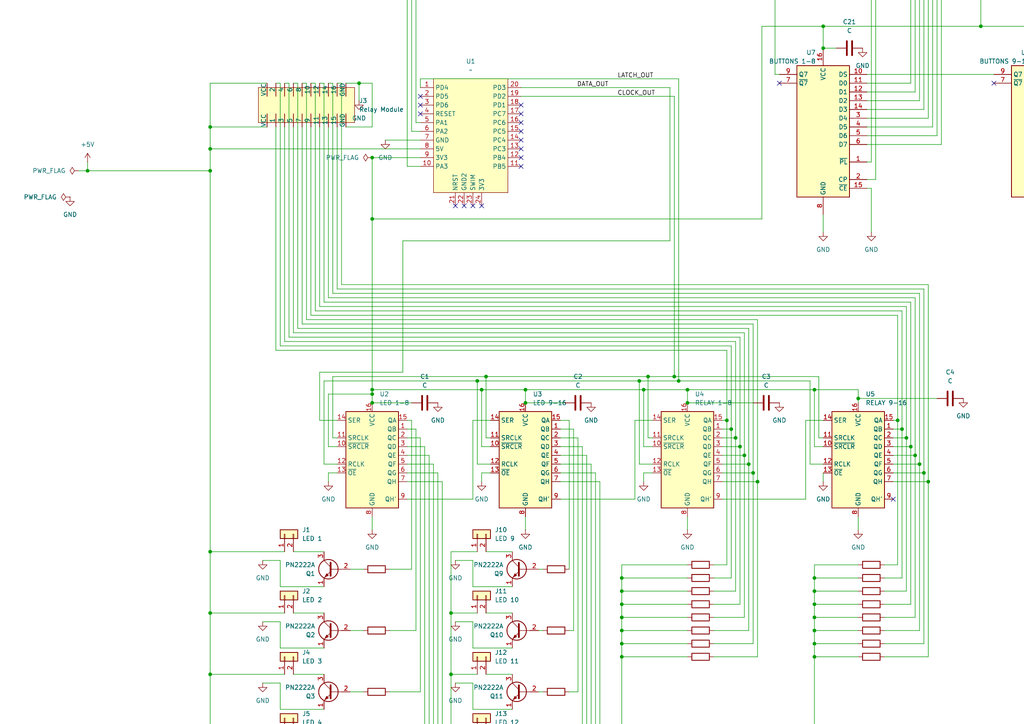
<source format=kicad_sch>
(kicad_sch (version 20250114) (generator "eeschema") (generator_version "9.0")
  (paper "A4")
  (junction (at 138.43 110.49))
  (junction (at 107.95 116.84))
  (junction (at 334.01 -35.56))
  (junction (at 130.81 195.58))
  (junction (at 187.96 109.22))
  (junction (at 269.24 -59.69))
  (junction (at 350.52 -114.3))
  (junction (at 107.95 45.72))
  (junction (at 358.14 -54.61))
  (junction (at 180.34 179.07))
  (junction (at 213.36 127))
  (junction (at 287.02 -15.24))
  (junction (at 60.96 266.7))
  (junction (at 236.22 179.07))
  (junction (at 152.4 116.84))
  (junction (at 300.99 7.62))
  (junction (at 266.7 -92.71))
  (junction (at 152.4 113.03))
  (junction (at 25.4 49.53))
  (junction (at 236.22 167.64))
  (junction (at 196.85 110.49))
  (junction (at 218.44 137.16))
  (junction (at 330.2 -80.01))
  (junction (at 214.63 129.54))
  (junction (at 287.02 -113.03))
  (junction (at 269.24 139.7))
  (junction (at 238.76 7.62))
  (junction (at 350.52 -24.13))
  (junction (at 284.48 -76.2))
  (junction (at 267.97 137.16))
  (junction (at 294.64 -80.01))
  (junction (at 350.52 -54.61))
  (junction (at 236.22 113.03))
  (junction (at 60.96 49.53))
  (junction (at 236.22 190.5))
  (junction (at 266.7 134.62))
  (junction (at 294.64 -30.48))
  (junction (at 199.39 116.84))
  (junction (at 130.81 177.8))
  (junction (at 248.92 115.57))
  (junction (at 60.96 195.58))
  (junction (at 358.14 -99.06))
  (junction (at 236.22 186.69))
  (junction (at 185.42 110.49))
  (junction (at 180.34 299.72))
  (junction (at 332.74 -50.8))
  (junction (at 130.81 248.92))
  (junction (at 358.14 -39.37))
  (junction (at 358.14 -114.3))
  (junction (at 236.22 171.45))
  (junction (at 180.34 175.26))
  (junction (at 347.98 -50.8))
  (junction (at 195.58 109.22))
  (junction (at 264.16 -125.73))
  (junction (at 347.98 -20.32))
  (junction (at 180.34 171.45))
  (junction (at 294.64 -63.5))
  (junction (at 60.96 177.8))
  (junction (at 265.43 132.08))
  (junction (at 60.96 284.48))
  (junction (at 350.52 -83.82))
  (junction (at 260.35 121.92))
  (junction (at 284.48 -59.69))
  (junction (at 284.48 -92.71))
  (junction (at 130.81 284.48))
  (junction (at 347.98 -80.01))
  (junction (at 284.48 -109.22))
  (junction (at 358.14 -24.13))
  (junction (at 294.64 -113.03))
  (junction (at 331.47 -64.77))
  (junction (at 294.64 -129.54))
  (junction (at 180.34 167.64))
  (junction (at 350.52 -68.58))
  (junction (at 236.22 182.88))
  (junction (at 267.97 -76.2))
  (junction (at 287.02 -96.52))
  (junction (at 107.95 114.3))
  (junction (at 358.14 -83.82))
  (junction (at 252.73 -5.08))
  (junction (at 139.7 113.03))
  (junction (at 264.16 129.54))
  (junction (at 284.48 -43.18))
  (junction (at 328.93 -95.25))
  (junction (at 215.9 132.08))
  (junction (at 212.09 124.46))
  (junction (at 350.52 -39.37))
  (junction (at 217.17 134.62))
  (junction (at 347.98 -64.77))
  (junction (at 287.02 -80.01))
  (junction (at 254 -8.89))
  (junction (at 294.64 -15.24))
  (junction (at 107.95 63.5))
  (junction (at 261.62 124.46))
  (junction (at 140.97 109.22))
  (junction (at 180.34 190.5))
  (junction (at 265.43 -109.22))
  (junction (at 130.81 213.36))
  (junction (at 326.39 -125.73))
  (junction (at 60.96 160.02))
  (junction (at 130.81 266.7))
  (junction (at 262.89 127))
  (junction (at 358.14 -129.54))
  (junction (at 347.98 -110.49))
  (junction (at 284.48 -11.43))
  (junction (at 347.98 -95.25))
  (junction (at 287.02 -129.54))
  (junction (at 300.99 13.97))
  (junction (at 271.78 -26.67))
  (junction (at 107.95 113.03))
  (junction (at 294.64 -46.99))
  (junction (at 219.71 139.7))
  (junction (at 238.76 13.97))
  (junction (at 327.66 -110.49))
  (junction (at 210.82 121.92))
  (junction (at 199.39 113.03))
  (junction (at 60.96 36.83))
  (junction (at 60.96 231.14))
  (junction (at 60.96 248.92))
  (junction (at 284.48 7.62))
  (junction (at 270.51 -43.18))
  (junction (at 358.14 -68.58))
  (junction (at 180.34 182.88))
  (junction (at 350.52 -99.06))
  (junction (at 347.98 -35.56))
  (junction (at 287.02 -30.48))
  (junction (at 186.69 113.03))
  (junction (at 335.28 -20.32))
  (junction (at 130.81 299.72))
  (junction (at 60.96 213.36))
  (junction (at 350.52 -129.54))
  (junction (at 273.05 -11.43))
  (junction (at 60.96 43.18))
  (junction (at 236.22 175.26))
  (junction (at 287.02 -63.5))
  (junction (at 284.48 -26.67))
  (junction (at 287.02 -46.99))
  (junction (at 294.64 -96.52))
  (junction (at 180.34 186.69))
  (junction (at 130.81 231.14))
  (junction (at 104.14 24.13))
  (no_connect (at 151.13 33.02))
  (no_connect (at 151.13 40.64))
  (no_connect (at 121.92 33.02))
  (no_connect (at 288.29 24.13))
  (no_connect (at 151.13 43.18))
  (no_connect (at 313.69 21.59))
  (no_connect (at 121.92 30.48))
  (no_connect (at 132.08 59.69))
  (no_connect (at 137.16 59.69))
  (no_connect (at 151.13 30.48))
  (no_connect (at 139.7 59.69))
  (no_connect (at 151.13 38.1))
  (no_connect (at 121.92 27.94))
  (no_connect (at 134.62 59.69))
  (no_connect (at 226.06 24.13))
  (no_connect (at 151.13 45.72))
  (no_connect (at 151.13 48.26))
  (no_connect (at 259.08 144.78))
  (no_connect (at 151.13 35.56))
  (wire (pts (xy 347.98 -20.32) (xy 346.71 -20.32)))
  (wire (pts (xy 289.56 -113.03) (xy 289.56 -114.3)))
  (wire (pts (xy 166.37 124.46) (xy 166.37 182.88)))
  (wire (pts (xy 303.53 13.97) (xy 300.99 13.97)))
  (wire (pts (xy 302.26 -30.48) (xy 294.64 -30.48)))
  (wire (pts (xy 358.14 -39.37) (xy 358.14 -35.56)))
  (wire (pts (xy 294.64 -30.48) (xy 289.56 -30.48)))
  (wire (pts (xy 264.16 24.13) (xy 264.16 -125.73)))
  (wire (pts (xy 82.55 248.92) (xy 60.96 248.92)))
  (wire (pts (xy 81.28 198.12) (xy 81.28 205.74)))
  (wire (pts (xy 313.69 46.99) (xy 314.96 46.99)))
  (wire (pts (xy 199.39 113.03) (xy 199.39 116.84)))
  (wire (pts (xy 358.14 -83.82) (xy 353.06 -83.82)))
  (wire (pts (xy 316.23 -8.89) (xy 254 -8.89)))
  (wire (pts (xy 251.46 21.59) (xy 288.29 21.59)))
  (wire (pts (xy 350.52 -68.58) (xy 350.52 -64.77)))
  (wire (pts (xy 313.69 41.91) (xy 335.28 41.91)))
  (wire (pts (xy 60.96 36.83) (xy 77.47 36.83)))
  (wire (pts (xy 353.06 -99.06) (xy 353.06 -100.33)))
  (wire (pts (xy 118.11 124.46) (xy 120.65 124.46)))
  (wire (pts (xy 289.56 -129.54) (xy 289.56 -130.81)))
  (wire (pts (xy 269.24 139.7) (xy 269.24 190.5)))
  (wire (pts (xy 265.43 132.08) (xy 265.43 179.07)))
  (wire (pts (xy 99.06 24.13) (xy 99.06 82.55)))
  (wire (pts (xy 259.08 127) (xy 262.89 127)))
  (wire (pts (xy 113.03 218.44) (xy 123.19 218.44)))
  (wire (pts (xy 302.26 -96.52) (xy 302.26 -95.25)))
  (wire (pts (xy 137.16 198.12) (xy 137.16 205.74)))
  (wire (pts (xy 132.08 180.34) (xy 137.16 180.34)))
  (wire (pts (xy 60.96 36.83) (xy 60.96 24.13)))
  (wire (pts (xy 294.64 -129.54) (xy 289.56 -129.54)))
  (wire (pts (xy 269.24 -59.69) (xy 269.24 -63.5)))
  (wire (pts (xy 259.08 121.92) (xy 260.35 121.92)))
  (wire (pts (xy 137.16 251.46) (xy 137.16 259.08)))
  (wire (pts (xy 220.98 7.62) (xy 238.76 7.62)))
  (wire (pts (xy 132.08 251.46) (xy 137.16 251.46)))
  (wire (pts (xy 76.2 287.02) (xy 81.28 287.02)))
  (wire (pts (xy 171.45 134.62) (xy 171.45 254)))
  (wire (pts (xy 185.42 110.49) (xy 196.85 110.49)))
  (wire (pts (xy 294.64 -30.48) (xy 294.64 -26.67)))
  (wire (pts (xy 137.16 170.18) (xy 148.59 170.18)))
  (wire (pts (xy 365.76 -114.3) (xy 358.14 -114.3)))
  (wire (pts (xy 101.6 254) (xy 105.41 254)))
  (wire (pts (xy 284.48 -76.2) (xy 283.21 -76.2)))
  (wire (pts (xy 82.55 36.83) (xy 82.55 99.06)))
  (wire (pts (xy 302.26 -113.03) (xy 294.64 -113.03)))
  (wire (pts (xy 167.64 200.66) (xy 165.1 200.66)))
  (wire (pts (xy 331.47 -64.77) (xy 331.47 -68.58)))
  (wire (pts (xy 219.71 139.7) (xy 219.71 190.5)))
  (wire (pts (xy 113.03 236.22) (xy 124.46 236.22)))
  (wire (pts (xy 350.52 -115.57) (xy 350.52 -114.3)))
  (wire (pts (xy 180.34 182.88) (xy 199.39 182.88)))
  (wire (pts (xy 358.14 -39.37) (xy 353.06 -39.37)))
  (wire (pts (xy 217.17 134.62) (xy 217.17 95.25)))
  (wire (pts (xy 76.2 180.34) (xy 81.28 180.34)))
  (wire (pts (xy 209.55 137.16) (xy 218.44 137.16)))
  (wire (pts (xy 132.08 287.02) (xy 137.16 287.02)))
  (wire (pts (xy 95.25 86.36) (xy 95.25 36.83)))
  (wire (pts (xy 238.76 7.62) (xy 284.48 7.62)))
  (wire (pts (xy 335.28 -24.13) (xy 350.52 -24.13)))
  (wire (pts (xy 358.14 -54.61) (xy 358.14 -50.8)))
  (wire (pts (xy 119.38 -8.89) (xy 254 -8.89)))
  (wire (pts (xy 294.64 -80.01) (xy 289.56 -80.01)))
  (wire (pts (xy 287.02 -80.01) (xy 287.02 -76.2)))
  (wire (pts (xy 265.43 26.67) (xy 265.43 -109.22)))
  (wire (pts (xy 166.37 182.88) (xy 165.1 182.88)))
  (wire (pts (xy 130.81 248.92) (xy 130.81 266.7)))
  (wire (pts (xy 85.09 177.8) (xy 93.98 177.8)))
  (wire (pts (xy 259.08 137.16) (xy 267.97 137.16)))
  (wire (pts (xy 271.78 -26.67) (xy 271.78 -30.48)))
  (wire (pts (xy 209.55 124.46) (xy 212.09 124.46)))
  (wire (pts (xy 365.76 -54.61) (xy 365.76 -53.34)))
  (wire (pts (xy 287.02 -64.77) (xy 287.02 -63.5)))
  (wire (pts (xy 156.21 236.22) (xy 157.48 236.22)))
  (wire (pts (xy 234.95 110.49) (xy 196.85 110.49)))
  (wire (pts (xy 265.43 179.07) (xy 256.54 179.07)))
  (wire (pts (xy 165.1 121.92) (xy 165.1 165.1)))
  (wire (pts (xy 350.52 -129.54) (xy 350.52 -125.73)))
  (wire (pts (xy 236.22 163.83) (xy 236.22 167.64)))
  (wire (pts (xy 113.03 271.78) (xy 127 271.78)))
  (wire (pts (xy 265.43 132.08) (xy 265.43 86.36)))
  (wire (pts (xy 302.26 -15.24) (xy 294.64 -15.24)))
  (wire (pts (xy 289.56 -80.01) (xy 289.56 -81.28)))
  (wire (pts (xy 270.51 36.83) (xy 270.51 -43.18)))
  (wire (pts (xy 107.95 24.13) (xy 104.14 24.13)))
  (wire (pts (xy 350.52 -114.3) (xy 350.52 -110.49)))
  (wire (pts (xy 264.16 87.63) (xy 93.98 87.63)))
  (wire (pts (xy 294.64 -63.5) (xy 289.56 -63.5)))
  (wire (pts (xy 287.02 -81.28) (xy 287.02 -80.01)))
  (wire (pts (xy 271.78 -26.67) (xy 275.59 -26.67)))
  (wire (pts (xy 180.34 167.64) (xy 180.34 163.83)))
  (wire (pts (xy 365.76 -83.82) (xy 365.76 -82.55)))
  (wire (pts (xy 107.95 36.83) (xy 107.95 24.13)))
  (wire (pts (xy 130.81 231.14) (xy 130.81 248.92)))
  (wire (pts (xy 81.28 215.9) (xy 81.28 223.52)))
  (wire (pts (xy 347.98 -50.8) (xy 346.71 -50.8)))
  (wire (pts (xy 284.48 -59.69) (xy 284.48 -43.18)))
  (wire (pts (xy 358.14 -114.3) (xy 358.14 -110.49)))
  (wire (pts (xy 262.89 127) (xy 262.89 88.9)))
  (wire (pts (xy 107.95 63.5) (xy 220.98 63.5)))
  (wire (pts (xy 335.28 41.91) (xy 335.28 -20.32)))
  (wire (pts (xy 251.46 34.29) (xy 269.24 34.29)))
  (wire (pts (xy 220.98 63.5) (xy 220.98 7.62)))
  (wire (pts (xy 180.34 175.26) (xy 199.39 175.26)))
  (wire (pts (xy 138.43 266.7) (xy 130.81 266.7)))
  (wire (pts (xy 101.6 236.22) (xy 105.41 236.22)))
  (wire (pts (xy 350.52 -100.33) (xy 350.52 -99.06)))
  (wire (pts (xy 353.06 -68.58) (xy 353.06 -69.85)))
  (wire (pts (xy 347.98 -95.25) (xy 346.71 -95.25)))
  (wire (pts (xy 118.11 132.08) (xy 124.46 132.08)))
  (wire (pts (xy 289.56 -63.5) (xy 289.56 -64.77)))
  (wire (pts (xy 294.64 -46.99) (xy 294.64 -43.18)))
  (wire (pts (xy 248.92 149.86) (xy 248.92 153.67)))
  (wire (pts (xy 137.16 205.74) (xy 148.59 205.74)))
  (wire (pts (xy 76.2 233.68) (xy 81.28 233.68)))
  (wire (pts (xy 119.38 -8.89) (xy 119.38 38.1)))
  (wire (pts (xy 140.97 109.22) (xy 187.96 109.22)))
  (wire (pts (xy 269.24 -63.5) (xy 287.02 -63.5)))
  (wire (pts (xy 107.95 45.72) (xy 121.92 45.72)))
  (wire (pts (xy 140.97 177.8) (xy 148.59 177.8)))
  (wire (pts (xy 284.48 -59.69) (xy 283.21 -59.69)))
  (wire (pts (xy 264.16 -125.73) (xy 275.59 -125.73)))
  (wire (pts (xy 81.28 276.86) (xy 93.98 276.86)))
  (wire (pts (xy 302.26 -113.03) (xy 302.26 -111.76)))
  (wire (pts (xy 313.69 52.07) (xy 316.23 52.07)))
  (wire (pts (xy 138.43 248.92) (xy 130.81 248.92)))
  (wire (pts (xy 138.43 213.36) (xy 130.81 213.36)))
  (wire (pts (xy 162.56 132.08) (xy 170.18 132.08)))
  (wire (pts (xy 156.21 289.56) (xy 157.48 289.56)))
  (wire (pts (xy 139.7 137.16) (xy 142.24 137.16)))
  (wire (pts (xy 236.22 182.88) (xy 248.92 182.88)))
  (wire (pts (xy 156.21 200.66) (xy 157.48 200.66)))
  (wire (pts (xy 95.25 137.16) (xy 97.79 137.16)))
  (wire (pts (xy 180.34 182.88) (xy 180.34 179.07)))
  (wire (pts (xy 93.98 24.13) (xy 93.98 87.63)))
  (wire (pts (xy 266.7 29.21) (xy 266.7 -92.71)))
  (wire (pts (xy 284.48 -125.73) (xy 284.48 -109.22)))
  (wire (pts (xy 353.06 -39.37) (xy 353.06 -40.64)))
  (wire (pts (xy 314.96 54.61) (xy 313.69 54.61)))
  (wire (pts (xy 130.81 195.58) (xy 130.81 213.36)))
  (wire (pts (xy 236.22 167.64) (xy 236.22 171.45)))
  (wire (pts (xy 287.02 -130.81) (xy 287.02 -129.54)))
  (wire (pts (xy 215.9 96.52) (xy 85.09 96.52)))
  (wire (pts (xy 265.43 -113.03) (xy 287.02 -113.03)))
  (wire (pts (xy 210.82 163.83) (xy 207.01 163.83)))
  (wire (pts (xy 137.16 223.52) (xy 148.59 223.52)))
  (wire (pts (xy 130.81 299.72) (xy 60.96 299.72)))
  (wire (pts (xy 267.97 137.16) (xy 267.97 186.69)))
  (wire (pts (xy 167.64 127) (xy 167.64 200.66)))
  (wire (pts (xy 137.16 121.92) (xy 142.24 121.92)))
  (wire (pts (xy 294.64 -15.24) (xy 294.64 -11.43)))
  (wire (pts (xy 287.02 -30.48) (xy 287.02 -26.67)))
  (wire (pts (xy 121.92 25.4) (xy 121.92 22.86)))
  (wire (pts (xy 264.16 129.54) (xy 264.16 87.63)))
  (wire (pts (xy 132.08 233.68) (xy 137.16 233.68)))
  (wire (pts (xy 209.55 127) (xy 213.36 127)))
  (wire (pts (xy 302.26 -30.48) (xy 302.26 -29.21)))
  (wire (pts (xy 284.48 -92.71) (xy 284.48 -76.2)))
  (wire (pts (xy 199.39 116.84) (xy 218.44 116.84)))
  (wire (pts (xy 214.63 129.54) (xy 214.63 175.26)))
  (wire (pts (xy 118.11 129.54) (xy 123.19 129.54)))
  (wire (pts (xy 151.13 27.94) (xy 195.58 27.94)))
  (wire (pts (xy 269.24 -59.69) (xy 275.59 -59.69)))
  (wire (pts (xy 273.05 -11.43) (xy 273.05 41.91)))
  (wire (pts (xy 350.52 -54.61) (xy 350.52 -50.8)))
  (wire (pts (xy 118.11 144.78) (xy 137.16 144.78)))
  (wire (pts (xy 96.52 24.13) (xy 95.25 24.13)))
  (wire (pts (xy 212.09 124.46) (xy 212.09 167.64)))
  (wire (pts (xy 236.22 179.07) (xy 248.92 179.07)))
  (wire (pts (xy 107.95 149.86) (xy 107.95 153.67)))
  (wire (pts (xy 353.06 -114.3) (xy 353.06 -115.57)))
  (wire (pts (xy 302.26 -46.99) (xy 302.26 -45.72)))
  (wire (pts (xy 85.09 248.92) (xy 93.98 248.92)))
  (wire (pts (xy 168.91 129.54) (xy 168.91 218.44)))
  (wire (pts (xy 140.97 266.7) (xy 148.59 266.7)))
  (wire (pts (xy 266.7 134.62) (xy 266.7 85.09)))
  (wire (pts (xy 302.26 -80.01) (xy 302.26 -78.74)))
  (wire (pts (xy 162.56 121.92) (xy 165.1 121.92)))
  (wire (pts (xy 209.55 132.08) (xy 215.9 132.08)))
  (wire (pts (xy 365.76 -24.13) (xy 358.14 -24.13)))
  (wire (pts (xy 120.65 -5.08) (xy 252.73 -5.08)))
  (wire (pts (xy 252.73 -5.08) (xy 252.73 46.99)))
  (wire (pts (xy 113.03 200.66) (xy 121.92 200.66)))
  (wire (pts (xy 156.21 165.1) (xy 157.48 165.1)))
  (wire (pts (xy 365.76 -99.06) (xy 365.76 -97.79)))
  (wire (pts (xy 118.11 48.26) (xy 118.11 -12.7)))
  (wire (pts (xy 224.79 -12.7) (xy 224.79 21.59)))
  (wire (pts (xy 180.34 190.5) (xy 180.34 186.69)))
  (wire (pts (xy 287.02 -114.3) (xy 287.02 -113.03)))
  (wire (pts (xy 261.62 124.46) (xy 261.62 167.64)))
  (wire (pts (xy 219.71 92.71) (xy 88.9 92.71)))
  (wire (pts (xy 186.69 139.7) (xy 186.69 137.16)))
  (wire (pts (xy 81.28 170.18) (xy 93.98 170.18)))
  (wire (pts (xy 347.98 -80.01) (xy 346.71 -80.01)))
  (wire (pts (xy 60.96 43.18) (xy 121.92 43.18)))
  (wire (pts (xy 347.98 7.62) (xy 347.98 -20.32)))
  (wire (pts (xy 266.7 -92.71) (xy 275.59 -92.71)))
  (wire (pts (xy 218.44 186.69) (xy 207.01 186.69)))
  (wire (pts (xy 326.39 -125.73) (xy 326.39 -129.54)))
  (wire (pts (xy 214.63 97.79) (xy 83.82 97.79)))
  (wire (pts (xy 267.97 31.75) (xy 267.97 -76.2)))
  (wire (pts (xy 121.92 35.56) (xy 120.65 35.56)))
  (wire (pts (xy 196.85 22.86) (xy 196.85 110.49)))
  (wire (pts (xy 140.97 109.22) (xy 140.97 127)))
  (wire (pts (xy 224.79 21.59) (xy 226.06 21.59)))
  (wire (pts (xy 173.99 289.56) (xy 165.1 289.56)))
  (wire (pts (xy 287.02 -16.51) (xy 287.02 -15.24)))
  (wire (pts (xy 81.28 241.3) (xy 93.98 241.3)))
  (wire (pts (xy 264.16 175.26) (xy 256.54 175.26)))
  (wire (pts (xy 287.02 -63.5) (xy 287.02 -59.69)))
  (wire (pts (xy 353.06 -83.82) (xy 353.06 -85.09)))
  (wire (pts (xy 137.16 259.08) (xy 148.59 259.08)))
  (wire (pts (xy 60.96 213.36) (xy 60.96 231.14)))
  (wire (pts (xy 326.39 24.13) (xy 326.39 -125.73)))
  (wire (pts (xy 172.72 137.16) (xy 172.72 271.78)))
  (wire (pts (xy 267.97 -80.01) (xy 287.02 -80.01)))
  (wire (pts (xy 187.96 127) (xy 187.96 109.22)))
  (wire (pts (xy 365.76 -129.54) (xy 365.76 -128.27)))
  (wire (pts (xy 238.76 129.54) (xy 236.22 129.54)))
  (wire (pts (xy 92.71 107.95) (xy 92.71 121.92)))
  (wire (pts (xy 284.48 -26.67) (xy 284.48 -11.43)))
  (wire (pts (xy 259.08 124.46) (xy 261.62 124.46)))
  (wire (pts (xy 118.11 121.92) (xy 119.38 121.92)))
  (wire (pts (xy 96.52 24.13) (xy 96.52 85.09)))
  (wire (pts (xy 93.98 110.49) (xy 138.43 110.49)))
  (wire (pts (xy 331.47 -64.77) (xy 339.09 -64.77)))
  (wire (pts (xy 123.19 129.54) (xy 123.19 218.44)))
  (wire (pts (xy 96.52 127) (xy 97.79 127)))
  (wire (pts (xy 96.52 109.22) (xy 140.97 109.22)))
  (wire (pts (xy 236.22 190.5) (xy 248.92 190.5)))
  (wire (pts (xy 118.11 139.7) (xy 128.27 139.7)))
  (wire (pts (xy 152.4 113.03) (xy 152.4 116.84)))
  (wire (pts (xy 217.17 95.25) (xy 86.36 95.25)))
  (wire (pts (xy 350.52 -83.82) (xy 350.52 -80.01)))
  (wire (pts (xy 327.66 26.67) (xy 327.66 -110.49)))
  (wire (pts (xy 130.81 284.48) (xy 130.81 299.72)))
  (wire (pts (xy 332.74 -50.8) (xy 332.74 -54.61)))
  (wire (pts (xy 137.16 276.86) (xy 148.59 276.86)))
  (wire (pts (xy 365.76 -99.06) (xy 358.14 -99.06)))
  (wire (pts (xy 273.05 -15.24) (xy 273.05 -11.43)))
  (wire (pts (xy 330.2 31.75) (xy 330.2 -80.01)))
  (wire (pts (xy 328.93 -99.06) (xy 350.52 -99.06)))
  (wire (pts (xy 60.96 49.53) (xy 60.96 160.02)))
  (wire (pts (xy 238.76 134.62) (xy 234.95 134.62)))
  (wire (pts (xy 121.92 22.86) (xy 196.85 22.86)))
  (wire (pts (xy 95.25 114.3) (xy 107.95 114.3)))
  (wire (pts (xy 294.64 -96.52) (xy 289.56 -96.52)))
  (wire (pts (xy 326.39 -125.73) (xy 339.09 -125.73)))
  (wire (pts (xy 213.36 99.06) (xy 82.55 99.06)))
  (wire (pts (xy 217.17 134.62) (xy 217.17 182.88)))
  (wire (pts (xy 313.69 31.75) (xy 330.2 31.75)))
  (wire (pts (xy 294.64 -129.54) (xy 294.64 -125.73)))
  (wire (pts (xy 113.03 165.1) (xy 119.38 165.1)))
  (wire (pts (xy 294.64 -63.5) (xy 294.64 -59.69)))
  (wire (pts (xy 137.16 180.34) (xy 137.16 187.96)))
  (wire (pts (xy 184.15 121.92) (xy 189.23 121.92)))
  (wire (pts (xy 212.09 100.33) (xy 81.28 100.33)))
  (wire (pts (xy 101.6 289.56) (xy 105.41 289.56)))
  (wire (pts (xy 168.91 218.44) (xy 165.1 218.44)))
  (wire (pts (xy 187.96 109.22) (xy 195.58 109.22)))
  (wire (pts (xy 87.63 93.98) (xy 87.63 36.83)))
  (wire (pts (xy 101.6 200.66) (xy 105.41 200.66)))
  (wire (pts (xy 261.62 124.46) (xy 261.62 90.17)))
  (wire (pts (xy 189.23 129.54) (xy 186.69 129.54)))
  (wire (pts (xy 358.14 -24.13) (xy 353.06 -24.13)))
  (wire (pts (xy 180.34 167.64) (xy 199.39 167.64)))
  (wire (pts (xy 358.14 -24.13) (xy 358.14 -20.32)))
  (wire (pts (xy 353.06 -24.13) (xy 353.06 -25.4)))
  (wire (pts (xy 186.69 137.16) (xy 189.23 137.16)))
  (wire (pts (xy 162.56 129.54) (xy 168.91 129.54)))
  (wire (pts (xy 130.81 177.8) (xy 130.81 195.58)))
  (wire (pts (xy 82.55 177.8) (xy 60.96 177.8)))
  (wire (pts (xy 259.08 134.62) (xy 266.7 134.62)))
  (wire (pts (xy 162.56 134.62) (xy 171.45 134.62)))
  (wire (pts (xy 313.69 29.21) (xy 328.93 29.21)))
  (wire (pts (xy 251.46 39.37) (xy 271.78 39.37)))
  (wire (pts (xy 152.4 113.03) (xy 186.69 113.03)))
  (wire (pts (xy 334.01 39.37) (xy 334.01 -35.56)))
  (wire (pts (xy 284.48 -125.73) (xy 283.21 -125.73)))
  (wire (pts (xy 284.48 -76.2) (xy 284.48 -59.69)))
  (wire (pts (xy 81.28 269.24) (xy 81.28 276.86)))
  (wire (pts (xy 347.98 -95.25) (xy 347.98 -80.01)))
  (wire (pts (xy 266.7 -96.52) (xy 287.02 -96.52)))
  (wire (pts (xy 284.48 -11.43) (xy 284.48 7.62)))
  (wire (pts (xy 332.74 -54.61) (xy 350.52 -54.61)))
  (wire (pts (xy 284.48 -92.71) (xy 283.21 -92.71)))
  (wire (pts (xy 138.43 195.58) (xy 130.81 195.58)))
  (wire (pts (xy 130.81 299.72) (xy 180.34 299.72)))
  (wire (pts (xy 236.22 179.07) (xy 236.22 182.88)))
  (wire (pts (xy 60.96 36.83) (xy 60.96 43.18)))
  (wire (pts (xy 262.89 127) (xy 262.89 171.45)))
  (wire (pts (xy 180.34 299.72) (xy 180.34 190.5)))
  (wire (pts (xy 91.44 24.13) (xy 91.44 90.17)))
  (wire (pts (xy 113.03 289.56) (xy 128.27 289.56)))
  (wire (pts (xy 81.28 187.96) (xy 93.98 187.96)))
  (wire (pts (xy 350.52 -85.09) (xy 350.52 -83.82)))
  (wire (pts (xy 107.95 113.03) (xy 107.95 114.3)))
  (wire (pts (xy 358.14 -68.58) (xy 358.14 -64.77)))
  (wire (pts (xy 287.02 -46.99) (xy 287.02 -43.18)))
  (wire (pts (xy 83.82 24.13) (xy 82.55 24.13)))
  (wire (pts (xy 81.28 205.74) (xy 93.98 205.74)))
  (wire (pts (xy 328.93 29.21) (xy 328.93 -95.25)))
  (wire (pts (xy 104.14 24.13) (xy 100.33 24.13)))
  (wire (pts (xy 60.96 266.7) (xy 60.96 284.48)))
  (wire (pts (xy 289.56 -96.52) (xy 289.56 -97.79)))
  (wire (pts (xy 81.28 287.02) (xy 81.28 294.64)))
  (wire (pts (xy 284.48 -11.43) (xy 283.21 -11.43)))
  (wire (pts (xy 121.92 127) (xy 121.92 200.66)))
  (wire (pts (xy 209.55 121.92) (xy 210.82 121.92)))
  (wire (pts (xy 347.98 -125.73) (xy 346.71 -125.73)))
  (wire (pts (xy 88.9 24.13) (xy 88.9 92.71)))
  (wire (pts (xy 138.43 110.49) (xy 185.42 110.49)))
  (wire (pts (xy 316.23 52.07) (xy 316.23 -8.89)))
  (wire (pts (xy 358.14 -99.06) (xy 358.14 -95.25)))
  (wire (pts (xy 76.2 198.12) (xy 81.28 198.12)))
  (wire (pts (xy 358.14 -99.06) (xy 353.06 -99.06)))
  (wire (pts (xy 215.9 132.08) (xy 215.9 179.07)))
  (wire (pts (xy 267.97 -76.2) (xy 267.97 -80.01)))
  (wire (pts (xy 233.68 144.78) (xy 233.68 121.92)))
  (wire (pts (xy 118.11 134.62) (xy 125.73 134.62)))
  (wire (pts (xy 140.97 160.02) (xy 148.59 160.02)))
  (wire (pts (xy 314.96 46.99) (xy 314.96 -5.08)))
  (wire (pts (xy 265.43 86.36) (xy 95.25 86.36)))
  (wire (pts (xy 248.92 113.03) (xy 236.22 113.03)))
  (wire (pts (xy 254 -8.89) (xy 254 52.07)))
  (wire (pts (xy 267.97 -76.2) (xy 275.59 -76.2)))
  (wire (pts (xy 289.56 -46.99) (xy 289.56 -48.26)))
  (wire (pts (xy 302.26 -129.54) (xy 302.26 -128.27)))
  (wire (pts (xy 236.22 182.88) (xy 236.22 186.69)))
  (wire (pts (xy 189.23 127) (xy 187.96 127)))
  (wire (pts (xy 137.16 144.78) (xy 137.16 121.92)))
  (wire (pts (xy 328.93 -95.25) (xy 328.93 -99.06)))
  (wire (pts (xy 261.62 167.64) (xy 256.54 167.64)))
  (wire (pts (xy 170.18 132.08) (xy 170.18 236.22)))
  (wire (pts (xy 262.89 171.45) (xy 256.54 171.45)))
  (wire (pts (xy 81.28 24.13) (xy 81.28 100.33)))
  (wire (pts (xy 186.69 129.54) (xy 186.69 113.03)))
  (wire (pts (xy 137.16 294.64) (xy 148.59 294.64)))
  (wire (pts (xy 331.47 -68.58) (xy 350.52 -68.58)))
  (wire (pts (xy 85.09 231.14) (xy 93.98 231.14)))
  (wire (pts (xy 287.02 -31.75) (xy 287.02 -30.48)))
  (wire (pts (xy 347.98 -64.77) (xy 346.71 -64.77)))
  (wire (pts (xy 294.64 -113.03) (xy 294.64 -109.22)))
  (wire (pts (xy 76.2 251.46) (xy 81.28 251.46)))
  (wire (pts (xy 82.55 231.14) (xy 60.96 231.14)))
  (wire (pts (xy 332.74 -50.8) (xy 339.09 -50.8)))
  (wire (pts (xy 302.26 -15.24) (xy 302.26 -13.97)))
  (wire (pts (xy 236.22 171.45) (xy 248.92 171.45)))
  (wire (pts (xy 116.84 69.85) (xy 194.31 69.85)))
  (wire (pts (xy 180.34 186.69) (xy 199.39 186.69)))
  (wire (pts (xy 140.97 284.48) (xy 148.59 284.48)))
  (wire (pts (xy 267.97 186.69) (xy 256.54 186.69)))
  (wire (pts (xy 328.93 -95.25) (xy 339.09 -95.25)))
  (wire (pts (xy 140.97 231.14) (xy 148.59 231.14)))
  (wire (pts (xy 132.08 215.9) (xy 137.16 215.9)))
  (wire (pts (xy 260.35 91.44) (xy 90.17 91.44)))
  (wire (pts (xy 234.95 134.62) (xy 234.95 110.49)))
  (wire (pts (xy 327.66 -110.49) (xy 339.09 -110.49)))
  (wire (pts (xy 86.36 24.13) (xy 85.09 24.13)))
  (wire (pts (xy 289.56 -15.24) (xy 289.56 -16.51)))
  (wire (pts (xy 236.22 129.54) (xy 236.22 113.03)))
  (wire (pts (xy 313.69 34.29) (xy 331.47 34.29)))
  (wire (pts (xy 251.46 41.91) (xy 273.05 41.91)))
  (wire (pts (xy 264.16 129.54) (xy 264.16 175.26)))
  (wire (pts (xy 335.28 -20.32) (xy 335.28 -24.13)))
  (wire (pts (xy 99.06 24.13) (xy 97.79 24.13)))
  (wire (pts (xy 294.64 -96.52) (xy 294.64 -92.71)))
  (wire (pts (xy 173.99 139.7) (xy 173.99 289.56)))
  (wire (pts (xy 107.95 63.5) (xy 107.95 45.72)))
  (wire (pts (xy 92.71 121.92) (xy 97.79 121.92)))
  (wire (pts (xy 300.99 7.62) (xy 347.98 7.62)))
  (wire (pts (xy 180.34 175.26) (xy 180.34 171.45)))
  (wire (pts (xy 270.51 -43.18) (xy 270.51 -46.99)))
  (wire (pts (xy 330.2 -80.01) (xy 330.2 -83.82)))
  (wire (pts (xy 195.58 27.94) (xy 195.58 109.22)))
  (wire (pts (xy 326.39 -129.54) (xy 350.52 -129.54)))
  (wire (pts (xy 195.58 109.22) (xy 237.49 109.22)))
  (wire (pts (xy 294.64 -46.99) (xy 289.56 -46.99)))
  (wire (pts (xy 330.2 -80.01) (xy 339.09 -80.01)))
  (wire (pts (xy 284.48 7.62) (xy 300.99 7.62)))
  (wire (pts (xy 127 137.16) (xy 127 271.78)))
  (wire (pts (xy 60.96 43.18) (xy 60.96 49.53)))
  (wire (pts (xy 287.02 -15.24) (xy 287.02 -11.43)))
  (wire (pts (xy 76.2 162.56) (xy 81.28 162.56)))
  (wire (pts (xy 287.02 -48.26) (xy 287.02 -46.99)))
  (wire (pts (xy 107.95 113.03) (xy 107.95 63.5)))
  (wire (pts (xy 214.63 129.54) (xy 214.63 97.79)))
  (wire (pts (xy 365.76 -39.37) (xy 365.76 -38.1)))
  (wire (pts (xy 347.98 -64.77) (xy 347.98 -50.8)))
  (wire (pts (xy 156.21 182.88) (xy 157.48 182.88)))
  (wire (pts (xy 86.36 24.13) (xy 86.36 95.25)))
  (wire (pts (xy 365.76 -129.54) (xy 358.14 -129.54)))
  (wire (pts (xy 93.98 110.49) (xy 93.98 134.62)))
  (wire (pts (xy 162.56 127) (xy 167.64 127)))
  (wire (pts (xy 284.48 -43.18) (xy 283.21 -43.18)))
  (wire (pts (xy 156.21 218.44) (xy 157.48 218.44)))
  (wire (pts (xy 60.96 195.58) (xy 60.96 213.36)))
  (wire (pts (xy 332.74 36.83) (xy 332.74 -50.8)))
  (wire (pts (xy 139.7 129.54) (xy 139.7 113.03)))
  (wire (pts (xy 213.36 171.45) (xy 207.01 171.45)))
  (wire (pts (xy 236.22 190.5) (xy 236.22 299.72)))
  (wire (pts (xy 101.6 218.44) (xy 105.41 218.44)))
  (wire (pts (xy 85.09 213.36) (xy 93.98 213.36)))
  (wire (pts (xy 140.97 248.92) (xy 148.59 248.92)))
  (wire (pts (xy 121.92 48.26) (xy 118.11 48.26)))
  (wire (pts (xy 358.14 -54.61) (xy 353.06 -54.61)))
  (wire (pts (xy 142.24 134.62) (xy 138.43 134.62)))
  (wire (pts (xy 111.76 40.64) (xy 121.92 40.64)))
  (wire (pts (xy 209.55 139.7) (xy 219.71 139.7)))
  (wire (pts (xy 83.82 24.13) (xy 83.82 97.79)))
  (wire (pts (xy 347.98 -110.49) (xy 347.98 -95.25)))
  (wire (pts (xy 365.76 -114.3) (xy 365.76 -113.03)))
  (wire (pts (xy 152.4 116.84) (xy 163.83 116.84)))
  (wire (pts (xy 209.55 129.54) (xy 214.63 129.54)))
  (wire (pts (xy 273.05 -11.43) (xy 275.59 -11.43)))
  (wire (pts (xy 60.96 177.8) (xy 60.96 195.58)))
  (wire (pts (xy 365.76 -39.37) (xy 358.14 -39.37)))
  (wire (pts (xy 270.51 -43.18) (xy 275.59 -43.18)))
  (wire (pts (xy 93.98 134.62) (xy 97.79 134.62)))
  (wire (pts (xy 138.43 284.48) (xy 130.81 284.48)))
  (wire (pts (xy 215.9 132.08) (xy 215.9 96.52)))
  (wire (pts (xy 314.96 -5.08) (xy 252.73 -5.08)))
  (wire (pts (xy 358.14 -68.58) (xy 353.06 -68.58)))
  (wire (pts (xy 212.09 124.46) (xy 212.09 100.33)))
  (wire (pts (xy 331.47 34.29) (xy 331.47 -64.77)))
  (wire (pts (xy 284.48 -43.18) (xy 284.48 -26.67)))
  (wire (pts (xy 300.99 7.62) (xy 300.99 13.97)))
  (wire (pts (xy 199.39 149.86) (xy 199.39 153.67)))
  (wire (pts (xy 120.65 124.46) (xy 120.65 182.88)))
  (wire (pts (xy 262.89 88.9) (xy 92.71 88.9)))
  (wire (pts (xy 358.14 -83.82) (xy 358.14 -80.01)))
  (wire (pts (xy 266.7 134.62) (xy 266.7 182.88)))
  (wire (pts (xy 314.96 68.58) (xy 314.96 54.61)))
  (wire (pts (xy 85.09 195.58) (xy 93.98 195.58)))
  (wire (pts (xy 287.02 -96.52) (xy 287.02 -92.71)))
  (wire (pts (xy 294.64 -80.01) (xy 294.64 -76.2)))
  (wire (pts (xy 269.24 139.7) (xy 269.24 82.55)))
  (wire (pts (xy 271.78 39.37) (xy 271.78 -26.67)))
  (wire (pts (xy 267.97 137.16) (xy 267.97 83.82)))
  (wire (pts (xy 302.26 -63.5) (xy 302.26 -62.23)))
  (wire (pts (xy 138.43 177.8) (xy 130.81 177.8)))
  (wire (pts (xy 330.2 -83.82) (xy 350.52 -83.82)))
  (wire (pts (xy 236.22 175.26) (xy 248.92 175.26)))
  (wire (pts (xy 185.42 110.49) (xy 185.42 134.62)))
  (wire (pts (xy 350.52 -24.13) (xy 350.52 -20.32)))
  (wire (pts (xy 80.01 101.6) (xy 80.01 36.83)))
  (wire (pts (xy 327.66 -114.3) (xy 350.52 -114.3)))
  (wire (pts (xy 137.16 241.3) (xy 148.59 241.3)))
  (wire (pts (xy 365.76 -83.82) (xy 358.14 -83.82)))
  (wire (pts (xy 95.25 129.54) (xy 95.25 114.3)))
  (wire (pts (xy 270.51 -46.99) (xy 287.02 -46.99)))
  (wire (pts (xy 215.9 179.07) (xy 207.01 179.07)))
  (wire (pts (xy 124.46 132.08) (xy 124.46 236.22)))
  (wire (pts (xy 259.08 132.08) (xy 265.43 132.08)))
  (wire (pts (xy 97.79 36.83) (xy 97.79 83.82)))
  (wire (pts (xy 353.06 -129.54) (xy 353.06 -130.81)))
  (wire (pts (xy 96.52 109.22) (xy 96.52 127)))
  (wire (pts (xy 90.17 36.83) (xy 90.17 91.44)))
  (wire (pts (xy 365.76 -68.58) (xy 358.14 -68.58)))
  (wire (pts (xy 238.76 13.97) (xy 242.57 13.97)))
  (wire (pts (xy 81.28 223.52) (xy 93.98 223.52)))
  (wire (pts (xy 260.35 121.92) (xy 260.35 91.44)))
  (wire (pts (xy 82.55 195.58) (xy 60.96 195.58)))
  (wire (pts (xy 302.26 -63.5) (xy 294.64 -63.5)))
  (wire (pts (xy 238.76 7.62) (xy 238.76 13.97)))
  (wire (pts (xy 313.69 39.37) (xy 334.01 39.37)))
  (wire (pts (xy 101.6 271.78) (xy 105.41 271.78)))
  (wire (pts (xy 213.36 127) (xy 213.36 171.45)))
  (wire (pts (xy 350.52 -99.06) (xy 350.52 -95.25)))
  (wire (pts (xy 302.26 -129.54) (xy 294.64 -129.54)))
  (wire (pts (xy 335.28 -20.32) (xy 339.09 -20.32)))
  (wire (pts (xy 334.01 -35.56) (xy 339.09 -35.56)))
  (wire (pts (xy 266.7 85.09) (xy 96.52 85.09)))
  (wire (pts (xy 118.11 127) (xy 121.92 127)))
  (wire (pts (xy 107.95 113.03) (xy 139.7 113.03)))
  (wire (pts (xy 81.28 24.13) (xy 80.01 24.13)))
  (wire (pts (xy 251.46 24.13) (xy 264.16 24.13)))
  (wire (pts (xy 350.52 -40.64) (xy 350.52 -39.37)))
  (wire (pts (xy 91.44 24.13) (xy 90.17 24.13)))
  (wire (pts (xy 347.98 -35.56) (xy 347.98 -20.32)))
  (wire (pts (xy 284.48 -26.67) (xy 283.21 -26.67)))
  (wire (pts (xy 130.81 160.02) (xy 130.81 177.8)))
  (wire (pts (xy 218.44 93.98) (xy 218.44 137.16)))
  (wire (pts (xy 151.13 25.4) (xy 194.31 25.4)))
  (wire (pts (xy 116.84 107.95) (xy 92.71 107.95)))
  (wire (pts (xy 199.39 113.03) (xy 236.22 113.03)))
  (wire (pts (xy 287.02 -113.03) (xy 287.02 -109.22)))
  (wire (pts (xy 81.28 294.64) (xy 93.98 294.64)))
  (wire (pts (xy 251.46 31.75) (xy 267.97 31.75)))
  (wire (pts (xy 217.17 182.88) (xy 207.01 182.88)))
  (wire (pts (xy 347.98 -125.73) (xy 347.98 -110.49)))
  (wire (pts (xy 121.92 38.1) (xy 119.38 38.1)))
  (wire (pts (xy 269.24 34.29) (xy 269.24 -59.69)))
  (wire (pts (xy 266.7 182.88) (xy 256.54 182.88)))
  (wire (pts (xy 264.16 -129.54) (xy 287.02 -129.54)))
  (wire (pts (xy 313.69 26.67) (xy 327.66 26.67)))
  (wire (pts (xy 128.27 139.7) (xy 128.27 289.56)))
  (wire (pts (xy 137.16 187.96) (xy 148.59 187.96)))
  (wire (pts (xy 284.48 -109.22) (xy 284.48 -92.71)))
  (wire (pts (xy 334.01 -35.56) (xy 334.01 -39.37)))
  (wire (pts (xy 219.71 190.5) (xy 207.01 190.5)))
  (wire (pts (xy 236.22 175.26) (xy 236.22 179.07)))
  (wire (pts (xy 119.38 121.92) (xy 119.38 165.1)))
  (wire (pts (xy 251.46 29.21) (xy 266.7 29.21)))
  (wire (pts (xy 82.55 160.02) (xy 60.96 160.02)))
  (wire (pts (xy 218.44 93.98) (xy 87.63 93.98)))
  (wire (pts (xy 251.46 36.83) (xy 270.51 36.83)))
  (wire (pts (xy 350.52 -39.37) (xy 350.52 -35.56)))
  (wire (pts (xy 209.55 134.62) (xy 217.17 134.62)))
  (wire (pts (xy 347.98 -80.01) (xy 347.98 -64.77)))
  (wire (pts (xy 350.52 -69.85) (xy 350.52 -68.58)))
  (wire (pts (xy 142.24 127) (xy 140.97 127)))
  (wire (pts (xy 137.16 269.24) (xy 137.16 276.86)))
  (wire (pts (xy 118.11 137.16) (xy 127 137.16)))
  (wire (pts (xy 238.76 139.7) (xy 238.76 137.16)))
  (wire (pts (xy 81.28 162.56) (xy 81.28 170.18)))
  (wire (pts (xy 347.98 -35.56) (xy 346.71 -35.56)))
  (wire (pts (xy 209.55 144.78) (xy 233.68 144.78)))
  (wire (pts (xy 219.71 139.7) (xy 219.71 92.71)))
  (wire (pts (xy 269.24 190.5) (xy 256.54 190.5)))
  (wire (pts (xy 180.34 186.69) (xy 180.34 182.88)))
  (wire (pts (xy 137.16 287.02) (xy 137.16 294.64)))
  (wire (pts (xy 180.34 171.45) (xy 199.39 171.45)))
  (wire (pts (xy 269.24 82.55) (xy 99.06 82.55)))
  (wire (pts (xy 85.09 284.48) (xy 93.98 284.48)))
  (wire (pts (xy 284.48 -109.22) (xy 283.21 -109.22)))
  (wire (pts (xy 85.09 160.02) (xy 93.98 160.02)))
  (wire (pts (xy 213.36 127) (xy 213.36 99.06)))
  (wire (pts (xy 137.16 233.68) (xy 137.16 241.3)))
  (wire (pts (xy 137.16 162.56) (xy 137.16 170.18)))
  (wire (pts (xy 212.09 167.64) (xy 207.01 167.64)))
  (wire (pts (xy 130.81 213.36) (xy 130.81 231.14)))
  (wire (pts (xy 180.34 179.07) (xy 199.39 179.07)))
  (wire (pts (xy 210.82 121.92) (xy 210.82 163.83)))
  (wire (pts (xy 82.55 284.48) (xy 60.96 284.48)))
  (wire (pts (xy 93.98 24.13) (xy 92.71 24.13)))
  (wire (pts (xy 162.56 144.78) (xy 184.15 144.78)))
  (wire (pts (xy 287.02 -129.54) (xy 287.02 -125.73)))
  (wire (pts (xy 214.63 175.26) (xy 207.01 175.26)))
  (wire (pts (xy 60.96 299.72) (xy 60.96 284.48)))
  (wire (pts (xy 238.76 62.23) (xy 238.76 67.31)))
  (wire (pts (xy 358.14 -129.54) (xy 353.06 -129.54)))
  (wire (pts (xy 210.82 101.6) (xy 210.82 121.92)))
  (wire (pts (xy 142.24 129.54) (xy 139.7 129.54)))
  (wire (pts (xy 252.73 46.99) (xy 251.46 46.99)))
  (wire (pts (xy 365.76 -68.58) (xy 365.76 -67.31)))
  (wire (pts (xy 100.33 36.83) (xy 107.95 36.83)))
  (wire (pts (xy 76.2 269.24) (xy 81.28 269.24)))
  (wire (pts (xy 140.97 213.36) (xy 148.59 213.36)))
  (wire (pts (xy 113.03 254) (xy 125.73 254)))
  (wire (pts (xy 25.4 49.53) (xy 60.96 49.53)))
  (wire (pts (xy 313.69 24.13) (xy 326.39 24.13)))
  (wire (pts (xy 350.52 -55.88) (xy 350.52 -54.61)))
  (wire (pts (xy 140.97 195.58) (xy 148.59 195.58)))
  (wire (pts (xy 350.52 -130.81) (xy 350.52 -129.54)))
  (wire (pts (xy 252.73 54.61) (xy 251.46 54.61)))
  (wire (pts (xy 22.86 49.53) (xy 25.4 49.53)))
  (wire (pts (xy 130.81 266.7) (xy 130.81 284.48)))
  (wire (pts (xy 81.28 180.34) (xy 81.28 187.96)))
  (wire (pts (xy 184.15 144.78) (xy 184.15 121.92)))
  (wire (pts (xy 132.08 198.12) (xy 137.16 198.12)))
  (wire (pts (xy 85.09 266.7) (xy 93.98 266.7)))
  (wire (pts (xy 266.7 -92.71) (xy 266.7 -96.52)))
  (wire (pts (xy 104.14 24.13) (xy 104.14 29.21)))
  (wire (pts (xy 180.34 171.45) (xy 180.34 167.64)))
  (wire (pts (xy 294.64 -15.24) (xy 289.56 -15.24)))
  (wire (pts (xy 236.22 167.64) (xy 248.92 167.64)))
  (wire (pts (xy 267.97 83.82) (xy 97.79 83.82)))
  (wire (pts (xy 139.7 113.03) (xy 152.4 113.03)))
  (wire (pts (xy 81.28 259.08) (xy 93.98 259.08)))
  (wire (pts (xy 236.22 299.72) (xy 180.34 299.72)))
  (wire (pts (xy 180.34 190.5) (xy 199.39 190.5)))
  (wire (pts (xy 95.25 139.7) (xy 95.25 137.16)))
  (wire (pts (xy 289.56 -30.48) (xy 289.56 -31.75)))
  (wire (pts (xy 302.26 -46.99) (xy 294.64 -46.99)))
  (wire (pts (xy 365.76 -24.13) (xy 365.76 -22.86)))
  (wire (pts (xy 236.22 186.69) (xy 236.22 190.5)))
  (wire (pts (xy 156.21 271.78) (xy 157.48 271.78)))
  (wire (pts (xy 260.35 163.83) (xy 256.54 163.83)))
  (wire (pts (xy 259.08 129.54) (xy 264.16 129.54)))
  (wire (pts (xy 218.44 137.16) (xy 218.44 186.69)))
  (wire (pts (xy 25.4 46.99) (xy 25.4 49.53)))
  (wire (pts (xy 107.95 116.84) (xy 119.38 116.84)))
  (wire (pts (xy 139.7 139.7) (xy 139.7 137.16)))
  (wire (pts (xy 358.14 -114.3) (xy 353.06 -114.3)))
  (wire (pts (xy 60.96 248.92) (xy 60.96 266.7)))
  (wire (pts (xy 237.49 127) (xy 237.49 109.22)))
  (wire (pts (xy 248.92 163.83) (xy 236.22 163.83)))
  (wire (pts (xy 365.76 -54.61) (xy 358.14 -54.61)))
  (wire (pts (xy 156.21 254) (xy 157.48 254)))
  (wire (pts (xy 138.43 160.02) (xy 130.81 160.02)))
  (wire (pts (xy 137.16 215.9) (xy 137.16 223.52)))
  (wire (pts (xy 132.08 269.24) (xy 137.16 269.24)))
  (wire (pts (xy 347.98 -50.8) (xy 347.98 -35.56)))
  (wire (pts (xy 125.73 134.62) (xy 125.73 254)))
  (wire (pts (xy 265.43 -113.03) (xy 265.43 -109.22)))
  (wire (pts (xy 233.68 121.92) (xy 238.76 121.92)))
  (wire (pts (xy 92.71 36.83) (xy 92.71 88.9)))
  (wire (pts (xy 81.28 233.68) (xy 81.28 241.3)))
  (wire (pts (xy 327.66 -110.49) (xy 327.66 -114.3)))
  (wire (pts (xy 254 52.07) (xy 251.46 52.07)))
  (wire (pts (xy 170.18 236.22) (xy 165.1 236.22)))
  (wire (pts (xy 118.11 -12.7) (xy 224.79 -12.7)))
  (wire (pts (xy 300.99 62.23) (xy 300.99 68.58)))
  (wire (pts (xy 101.6 182.88) (xy 105.41 182.88)))
  (wire (pts (xy 260.35 121.92) (xy 260.35 163.83)))
  (wire (pts (xy 252.73 67.31) (xy 252.73 54.61)))
  (wire (pts (xy 236.22 186.69) (xy 248.92 186.69)))
  (wire (pts (xy 180.34 179.07) (xy 180.34 175.26)))
  (wire (pts (xy 271.78 -30.48) (xy 287.02 -30.48)))
  (wire (pts (xy 259.08 139.7) (xy 269.24 139.7)))
  (wire (pts (xy 82.55 266.7) (xy 60.96 266.7)))
  (wire (pts (xy 264.16 -125.73) (xy 264.16 -129.54)))
  (wire (pts (xy 334.01 -39.37) (xy 350.52 -39.37)))
  (wire (pts (xy 261.62 90.17) (xy 91.44 90.17)))
  (wire (pts (xy 138.43 134.62) (xy 138.43 110.49)))
  (wire (pts (xy 113.03 182.88) (xy 120.65 182.88)))
  (wire (pts (xy 60.96 231.14) (xy 60.96 248.92)))
  (wire (pts (xy 251.46 26.67) (xy 265.43 26.67)))
  (wire (pts (xy 85.09 36.83) (xy 85.09 96.52)))
  (wire (pts (xy 180.34 163.83) (xy 199.39 163.83)))
  (wire (pts (xy 88.9 24.13) (xy 87.63 24.13)))
  (wire (pts (xy 81.28 251.46) (xy 81.28 259.08)))
  (wire (pts (xy 82.55 213.36) (xy 60.96 213.36)))
  (wire (pts (xy 265.43 -109.22) (xy 275.59 -109.22)))
  (wire (pts (xy 132.08 162.56) (xy 137.16 162.56)))
  (wire (pts (xy 162.56 124.46) (xy 166.37 124.46)))
  (wire (pts (xy 172.72 271.78) (xy 165.1 271.78)))
  (wire (pts (xy 186.69 113.03) (xy 199.39 113.03)))
  (wire (pts (xy 353.06 -54.61) (xy 353.06 -55.88)))
  (wire (pts (xy 97.79 129.54) (xy 95.25 129.54)))
  (wire (pts (xy 248.92 115.57) (xy 271.78 115.57)))
  (wire (pts (xy 101.6 165.1) (xy 105.41 165.1)))
  (wire (pts (xy 189.23 134.62) (xy 185.42 134.62)))
  (wire (pts (xy 236.22 171.45) (xy 236.22 175.26)))
  (wire (pts (xy 76.2 215.9) (xy 81.28 215.9)))
  (wire (pts (xy 302.26 -96.52) (xy 294.64 -96.52)))
  (wire (pts (xy 116.84 69.85) (xy 116.84 107.95)))
  (wire (pts (xy 60.96 160.02) (xy 60.96 177.8)))
  (wire (pts (xy 302.26 -80.01) (xy 294.64 -80.01)))
  (wire (pts (xy 287.02 -97.79) (xy 287.02 -96.52)))
  (wire (pts (xy 313.69 36.83) (xy 332.74 36.83)))
  (wire (pts (xy 107.95 114.3) (xy 107.95 116.84)))
  (wire (pts (xy 238.76 127) (xy 237.49 127)))
  (wire (pts (xy 273.05 -15.24) (xy 287.02 -15.24)))
  (wire (pts (xy 350.52 -25.4) (xy 350.52 -24.13)))
  (wire (pts (xy 194.31 69.85) (xy 194.31 25.4)))
  (wire (pts (xy 347.98 -110.49) (xy 346.71 -110.49)))
  (wire (pts (xy 162.56 139.7) (xy 173.99 139.7)))
  (wire (pts (xy 358.14 -129.54) (xy 358.14 -125.73)))
  (wire (pts (xy 171.45 254) (xy 165.1 254)))
  (wire (pts (xy 152.4 149.86) (xy 152.4 153.67)))
  (wire (pts (xy 120.65 35.56) (xy 120.65 -5.08)))
  (wire (pts (xy 294.64 -113.03) (xy 289.56 -113.03)))
  (wire (pts (xy 248.92 116.84) (xy 248.92 115.57)))
  (wire (pts (xy 162.56 137.16) (xy 172.72 137.16)))
  (wire (pts (xy 60.96 24.13) (xy 77.47 24.13)))
  (wire (pts (xy 248.92 115.57) (xy 248.92 113.03)))
  (wire (pts (xy 138.43 231.14) (xy 130.81 231.14)))
  (wire (pts (xy 210.82 101.6) (xy 80.01 101.6)))
  (label "LATCH_IN" (at 121.92 -5.08 0))
  (label "DATA_OUT" (at 176.53 25.4 180))
  (label "LATCH_OUT" (at 179.07 22.86 0))
  (label "CLOCK_OUT" (at 179.07 27.94 0))
  (label "DATA_IN" (at 119.38 -12.7 0))
  (label "CLOCK_IN" (at 120.65 -8.89 0))
  (symbol (lib_id "Device:R") (at 161.29 165.1 90) (unit 1)
    (property "Reference" "R9" (effects (hide yes)))
    (property "Value" "4k7" (effects (hide yes)))
    (property "Footprint" "KdLibrary:Conn_01x02 7.62 Resistor Vertically" (effects (hide yes)))
    (property "Description" "Resistor" (effects (hide yes)))
  )
  (symbol (lib_id "Connector_Generic:Conn_01x02") (at 350.52 -45.72 90) (unit 1)
    (property "Reference" "J27" (at 355.6 -46.9901 90) (effects (justify right)))
    (property "Value" "BUTTON 15" (at 355.6 -44.4501 90) (effects (justify right)))
    (property "Footprint" "KdLibrary:Conn_01x02 Big Pads 5.08 Rotated" (effects (hide yes)))
    (property "Description" "Generic connector, single row, 01x02, script generated (kicad-library-utils/schlib/autogen/connector/)" (effects (hide yes)))
  )
  (symbol (lib_id "Device:R") (at 342.9 -110.49 90) (unit 1)
    (property "Reference" "R47" (effects (hide yes)))
    (property "Value" "68K" (effects (hide yes)))
    (property "Footprint" "KdLibrary:Conn_01x02 7.62 Resistor Vertically" (effects (hide yes)))
    (property "Description" "Resistor" (effects (hide yes)))
  )
  (symbol (lib_id "Transistor_BJT:PN2222A") (at 151.13 200.66 0) (mirror y) (unit 1)
    (property "Reference" "Q11" (at 146.05 201.9301 0) (effects (justify left)))
    (property "Value" "PN2222A" (at 146.05 199.3901 0) (effects (justify left)))
    (property "Footprint" "KdLibrary:Conn_01x03 small T 2-1-3 B-E-C BEC" (effects (hide yes)))
    (property "Datasheet" "https://www.onsemi.com/pub/Collateral/PN2222-D.PDF" (effects (hide yes)))
    (property "Description" "1A Ic, 40V Vce, NPN Transistor, General Purpose Transistor, TO-92" (effects (hide yes)))
    (property "Sim.Device" "NPN" (effects (hide yes)))
    (property "Sim.Pins" "1=E 2=B 3=C" (effects (hide yes)))
  )
  (symbol (lib_id "power:GND") (at 365.76 -97.79 0) (unit 1)
    (property "Reference" "#PWR049" (effects (hide yes)))
    (property "Value" "GND" (at 365.76 -91.44 0))
    (property "Description" "Power symbol creates a global label with name \"GND\" , ground" (effects (hide yes)))
  )
  (symbol (lib_id "Device:R") (at 342.9 -95.25 90) (unit 1)
    (property "Reference" "R46" (effects (hide yes)))
    (property "Value" "68K" (effects (hide yes)))
    (property "Footprint" "KdLibrary:Conn_01x02 7.62 Resistor Vertically" (effects (hide yes)))
    (property "Description" "Resistor" (effects (hide yes)))
  )
  (symbol (lib_id "74xx:74HC595") (at 107.95 132.08 0) (unit 1)
    (property "Reference" "U2" (at 110.0933 114.3 0) (effects (justify left)))
    (property "Value" "LED 1-8" (at 110.0933 116.84 0) (effects (justify left)))
    (property "Footprint" "KdLibrary:DIP-16_W7.62mm shift register HC Big Pads" (effects (hide yes)))
    (property "Datasheet" "http://www.ti.com/lit/ds/symlink/sn74hc595.pdf" (effects (hide yes)))
    (property "Description" "8-bit serial in/out Shift Register 3-State Outputs" (effects (hide yes)))
  )
  (symbol (lib_id "power:GND") (at 95.25 139.7 0) (unit 1)
    (property "Reference" "#PWR08" (effects (hide yes)))
    (property "Value" "GND" (at 95.25 144.78 0))
    (property "Description" "Power symbol creates a global label with name \"GND\" , ground" (effects (hide yes)))
  )
  (symbol (lib_id "power:GND") (at 139.7 139.7 0) (unit 1)
    (property "Reference" "#PWR09" (effects (hide yes)))
    (property "Value" "GND" (at 139.7 144.78 0))
    (property "Description" "Power symbol creates a global label with name \"GND\" , ground" (effects (hide yes)))
  )
  (symbol (lib_id "Transistor_BJT:PN2222A") (at 151.13 218.44 0) (mirror y) (unit 1)
    (property "Reference" "Q12" (at 146.05 219.7101 0) (effects (justify left)))
    (property "Value" "PN2222A" (at 146.05 217.1701 0) (effects (justify left)))
    (property "Footprint" "KdLibrary:Conn_01x03 small T 2-1-3 B-E-C BEC" (effects (hide yes)))
    (property "Datasheet" "https://www.onsemi.com/pub/Collateral/PN2222-D.PDF" (effects (hide yes)))
    (property "Description" "1A Ic, 40V Vce, NPN Transistor, General Purpose Transistor, TO-92" (effects (hide yes)))
    (property "Sim.Device" "NPN" (effects (hide yes)))
    (property "Sim.Pins" "1=E 2=B 3=C" (effects (hide yes)))
  )
  (symbol (lib_id "power:GND") (at 127 116.84 0) (unit 1)
    (property "Reference" "#PWR028" (effects (hide yes)))
    (property "Value" "GND" (at 127 121.92 0))
    (property "Description" "Power symbol creates a global label with name \"GND\" , ground" (effects (hide yes)))
  )
  (symbol (lib_id "Device:R") (at 252.73 190.5 270) (mirror x) (unit 1)
    (property "Reference" "R32" (effects (hide yes)))
    (property "Value" "68K" (effects (hide yes)))
    (property "Footprint" "KdLibrary:Conn_01x02 7.62 Resistor Vertically" (effects (hide yes)))
    (property "Description" "Resistor" (effects (hide yes)))
  )
  (symbol (lib_id "Device:R") (at 252.73 182.88 270) (mirror x) (unit 1)
    (property "Reference" "R30" (effects (hide yes)))
    (property "Value" "68K" (effects (hide yes)))
    (property "Footprint" "KdLibrary:Conn_01x02 7.62 Resistor Vertically" (effects (hide yes)))
    (property "Description" "Resistor" (effects (hide yes)))
  )
  (symbol (lib_id "Device:R") (at 252.73 163.83 270) (mirror x) (unit 1)
    (property "Reference" "R25" (effects (hide yes)))
    (property "Value" "68K" (effects (hide yes)))
    (property "Footprint" "KdLibrary:Conn_01x02 7.62 Resistor Vertically" (effects (hide yes)))
    (property "Description" "Resistor" (effects (hide yes)))
  )
  (symbol (lib_id "power:GND") (at 76.2 287.02 0) (unit 1)
    (property "Reference" "#PWR019" (effects (hide yes)))
    (property "Value" "GND" (at 76.2 292.1 0))
    (property "Description" "Power symbol creates a global label with name \"GND\" , ground" (effects (hide yes)))
  )
  (symbol (lib_id "power:GND") (at 252.73 67.31 0) (unit 1)
    (property "Reference" "#PWR034" (effects (hide yes)))
    (property "Value" "GND" (at 252.73 72.39 0))
    (property "Description" "Power symbol creates a global label with name \"GND\" , ground" (effects (hide yes)))
  )
  (symbol (lib_id "power:GND") (at 76.2 269.24 0) (unit 1)
    (property "Reference" "#PWR018" (effects (hide yes)))
    (property "Value" "GND" (at 76.2 274.32 0))
    (property "Description" "Power symbol creates a global label with name \"GND\" , ground" (effects (hide yes)))
  )
  (symbol (lib_id "Transistor_BJT:PN2222A") (at 96.52 271.78 0) (mirror y) (unit 1)
    (property "Reference" "Q7" (at 91.44 273.0501 0) (effects (justify left)))
    (property "Value" "PN2222A" (at 91.44 270.5101 0) (effects (justify left)))
    (property "Footprint" "KdLibrary:Conn_01x03 small T 2-1-3 B-E-C BEC" (effects (hide yes)))
    (property "Datasheet" "https://www.onsemi.com/pub/Collateral/PN2222-D.PDF" (effects (hide yes)))
    (property "Description" "1A Ic, 40V Vce, NPN Transistor, General Purpose Transistor, TO-92" (effects (hide yes)))
    (property "Sim.Device" "NPN" (effects (hide yes)))
    (property "Sim.Pins" "1=E 2=B 3=C" (effects (hide yes)))
  )
  (symbol (lib_id "power:GND") (at 104.14 29.21 0) (unit 1)
    (property "Reference" "#PWR05" (effects (hide yes)))
    (property "Value" "GND" (at 104.14 34.29 0))
    (property "Description" "Power symbol creates a global label with name \"GND\" , ground" (effects (hide yes)))
  )
  (symbol (lib_id "Connector_Generic:Conn_01x02") (at 82.55 190.5 90) (unit 1)
    (property "Reference" "J4" (at 87.63 189.2299 90) (effects (justify right)))
    (property "Value" "LED 3" (at 87.63 191.7699 90) (effects (justify right)))
    (property "Footprint" "KdLibrary:Conn_01x02 Big Pads 5.08 Rotated" (effects (hide yes)))
    (property "Description" "Generic connector, single row, 01x02, script generated (kicad-library-utils/schlib/autogen/connector/)" (effects (hide yes)))
  )
  (symbol (lib_id "Device:C") (at 354.33 -80.01 90) (unit 1)
    (property "Reference" "C17" (at 354.33 -87.63 90))
    (property "Value" "C" (at 354.33 -85.09 90))
    (property "Footprint" "KdLibrary:Conn_01x02 Small cap" (effects (hide yes)))
    (property "Description" "Unpolarized capacitor" (effects (hide yes)))
  )
  (symbol (lib_id "power:GND") (at 314.96 68.58 0) (unit 1)
    (property "Reference" "#PWR035" (effects (hide yes)))
    (property "Value" "GND" (at 314.96 73.66 0))
    (property "Description" "Power symbol creates a global label with name \"GND\" , ground" (effects (hide yes)))
  )
  (symbol (lib_id "Device:C") (at 354.33 -64.77 90) (unit 1)
    (property "Reference" "C16" (at 354.33 -72.39 90))
    (property "Value" "C" (at 354.33 -69.85 90))
    (property "Footprint" "KdLibrary:Conn_01x02 Small cap" (effects (hide yes)))
    (property "Description" "Unpolarized capacitor" (effects (hide yes)))
  )
  (symbol (lib_id "power:+5V") (at 25.4 46.99 0) (unit 1)
    (property "Reference" "#PWR01" (effects (hide yes)))
    (property "Value" "+5V" (at 25.4 41.91 0))
    (property "Description" "Power symbol creates a global label with name \"+5V\"" (effects (hide yes)))
  )
  (symbol (lib_id "Device:R") (at 342.9 -20.32 90) (unit 1)
    (property "Reference" "R41" (effects (hide yes)))
    (property "Value" "68K" (effects (hide yes)))
    (property "Footprint" "KdLibrary:Conn_01x02 7.62 Resistor Vertically" (effects (hide yes)))
    (property "Description" "Resistor" (effects (hide yes)))
  )
  (symbol (lib_id "Transistor_BJT:PN2222A") (at 151.13 236.22 0) (mirror y) (unit 1)
    (property "Reference" "Q13" (at 146.05 237.4901 0) (effects (justify left)))
    (property "Value" "PN2222A" (at 146.05 234.9501 0) (effects (justify left)))
    (property "Footprint" "KdLibrary:Conn_01x03 small T 2-1-3 B-E-C BEC" (effects (hide yes)))
    (property "Datasheet" "https://www.onsemi.com/pub/Collateral/PN2222-D.PDF" (effects (hide yes)))
    (property "Description" "1A Ic, 40V Vce, NPN Transistor, General Purpose Transistor, TO-92" (effects (hide yes)))
    (property "Sim.Device" "NPN" (effects (hide yes)))
    (property "Sim.Pins" "1=E 2=B 3=C" (effects (hide yes)))
  )
  (symbol (lib_id "Connector_Generic:Conn_01x02") (at 82.55 226.06 90) (unit 1)
    (property "Reference" "J6" (at 87.63 224.7899 90) (effects (justify right)))
    (property "Value" "LED 5" (at 87.63 227.3299 90) (effects (justify right)))
    (property "Footprint" "KdLibrary:Conn_01x02 Big Pads 5.08 Rotated" (effects (hide yes)))
    (property "Description" "Generic connector, single row, 01x02, script generated (kicad-library-utils/schlib/autogen/connector/)" (effects (hide yes)))
  )
  (symbol (lib_id "Connector_Generic:Conn_01x02") (at 350.52 -30.48 90) (unit 1)
    (property "Reference" "J26" (at 355.6 -31.7501 90) (effects (justify right)))
    (property "Value" "BUTTON 16" (at 355.6 -29.2101 90) (effects (justify right)))
    (property "Footprint" "KdLibrary:Conn_01x02 Big Pads 5.08 Rotated" (effects (hide yes)))
    (property "Description" "Generic connector, single row, 01x02, script generated (kicad-library-utils/schlib/autogen/connector/)" (effects (hide yes)))
  )
  (symbol (lib_id "power:GND") (at 107.95 153.67 0) (unit 1)
    (property "Reference" "#PWR03" (effects (hide yes)))
    (property "Value" "GND" (at 107.95 158.75 0))
    (property "Description" "Power symbol creates a global label with name \"GND\" , ground" (effects (hide yes)))
  )
  (symbol (lib_id "Device:R") (at 161.29 200.66 90) (unit 1)
    (property "Reference" "R11" (effects (hide yes)))
    (property "Value" "4k7" (effects (hide yes)))
    (property "Footprint" "KdLibrary:Conn_01x02 7.62 Resistor Vertically" (effects (hide yes)))
    (property "Description" "Resistor" (effects (hide yes)))
  )
  (symbol (lib_id "power:GND") (at 302.26 -29.21 0) (unit 1)
    (property "Reference" "#PWR037" (effects (hide yes)))
    (property "Value" "GND" (at 302.26 -22.86 0))
    (property "Description" "Power symbol creates a global label with name \"GND\" , ground" (effects (hide yes)))
  )
  (symbol (lib_id "Device:C") (at 290.83 -11.43 90) (unit 1)
    (property "Reference" "C5" (at 290.83 -19.05 90))
    (property "Value" "C" (at 290.83 -16.51 90))
    (property "Footprint" "KdLibrary:Conn_01x02 Small cap" (effects (hide yes)))
    (property "Description" "Unpolarized capacitor" (effects (hide yes)))
  )
  (symbol (lib_id "Device:R") (at 161.29 271.78 90) (unit 1)
    (property "Reference" "R15" (effects (hide yes)))
    (property "Value" "4k7" (effects (hide yes)))
    (property "Footprint" "KdLibrary:Conn_01x02 7.62 Resistor Vertically" (effects (hide yes)))
    (property "Description" "Resistor" (effects (hide yes)))
  )
  (symbol (lib_id "Device:R") (at 203.2 186.69 270) (mirror x) (unit 1)
    (property "Reference" "R23" (effects (hide yes)))
    (property "Value" "68K" (effects (hide yes)))
    (property "Footprint" "KdLibrary:Conn_01x02 7.62 Resistor Vertically" (effects (hide yes)))
    (property "Description" "Resistor" (effects (hide yes)))
  )
  (symbol (lib_id "Device:R") (at 279.4 -76.2 90) (unit 1)
    (property "Reference" "R37" (effects (hide yes)))
    (property "Value" "68K" (effects (hide yes)))
    (property "Footprint" "KdLibrary:Conn_01x02 7.62 Resistor Vertically" (effects (hide yes)))
    (property "Description" "Resistor" (effects (hide yes)))
  )
  (symbol (lib_id "Connector_Generic:Conn_01x02") (at 138.43 279.4 90) (unit 1)
    (property "Reference" "J17" (at 143.51 278.1299 90) (effects (justify right)))
    (property "Value" "LED 16" (at 143.51 280.6699 90) (effects (justify right)))
    (property "Footprint" "KdLibrary:Conn_01x02 Big Pads 5.08 Rotated" (effects (hide yes)))
    (property "Description" "Generic connector, single row, 01x02, script generated (kicad-library-utils/schlib/autogen/connector/)" (effects (hide yes)))
  )
  (symbol (lib_id "Transistor_BJT:PN2222A") (at 96.52 289.56 0) (mirror y) (unit 1)
    (property "Reference" "Q8" (at 91.44 290.8301 0) (effects (justify left)))
    (property "Value" "PN2222A" (at 91.44 288.2901 0) (effects (justify left)))
    (property "Footprint" "KdLibrary:Conn_01x03 small T 2-1-3 B-E-C BEC" (effects (hide yes)))
    (property "Datasheet" "https://www.onsemi.com/pub/Collateral/PN2222-D.PDF" (effects (hide yes)))
    (property "Description" "1A Ic, 40V Vce, NPN Transistor, General Purpose Transistor, TO-92" (effects (hide yes)))
    (property "Sim.Device" "NPN" (effects (hide yes)))
    (property "Sim.Pins" "1=E 2=B 3=C" (effects (hide yes)))
  )
  (symbol (lib_id "Device:R") (at 279.4 -92.71 90) (unit 1)
    (property "Reference" "R38" (effects (hide yes)))
    (property "Value" "68K" (effects (hide yes)))
    (property "Footprint" "KdLibrary:Conn_01x02 7.62 Resistor Vertically" (effects (hide yes)))
    (property "Description" "Resistor" (effects (hide yes)))
  )
  (symbol (lib_id "Connector_Generic:Conn_01x02") (at 350.52 -120.65 90) (unit 1)
    (property "Reference" "J32" (at 355.6 -121.9201 90) (effects (justify right)))
    (property "Value" "BUTTON 10" (at 355.6 -119.3801 90) (effects (justify right)))
    (property "Footprint" "KdLibrary:Conn_01x02 Big Pads 5.08 Rotated" (effects (hide yes)))
    (property "Description" "Generic connector, single row, 01x02, script generated (kicad-library-utils/schlib/autogen/connector/)" (effects (hide yes)))
  )
  (symbol (lib_id "Device:R") (at 279.4 -26.67 90) (unit 1)
    (property "Reference" "R34" (effects (hide yes)))
    (property "Value" "68K" (effects (hide yes)))
    (property "Footprint" "KdLibrary:Conn_01x02 7.62 Resistor Vertically" (effects (hide yes)))
    (property "Description" "Resistor" (effects (hide yes)))
  )
  (symbol (lib_id "power:PWR_FLAG") (at 107.95 45.72 90) (unit 1)
    (property "Reference" "#FLG02" (effects (hide yes)))
    (property "Value" "PWR_FLAG" (at 104.14 45.7199 90) (effects (justify left)))
    (property "Description" "Special symbol for telling ERC where power comes from" (effects (hide yes)))
  )
  (symbol (lib_id "Device:R") (at 203.2 163.83 270) (mirror x) (unit 1)
    (property "Reference" "R17" (effects (hide yes)))
    (property "Value" "68K" (effects (hide yes)))
    (property "Footprint" "KdLibrary:Conn_01x02 7.62 Resistor Vertically" (effects (hide yes)))
    (property "Description" "Resistor" (effects (hide yes)))
  )
  (symbol (lib_id "Device:R") (at 161.29 289.56 90) (unit 1)
    (property "Reference" "R16" (effects (hide yes)))
    (property "Value" "4k7" (effects (hide yes)))
    (property "Footprint" "KdLibrary:Conn_01x02 7.62 Resistor Vertically" (effects (hide yes)))
    (property "Description" "Resistor" (effects (hide yes)))
  )
  (symbol (lib_id "Device:R") (at 203.2 171.45 270) (mirror x) (unit 1)
    (property "Reference" "R19" (effects (hide yes)))
    (property "Value" "68K" (effects (hide yes)))
    (property "Footprint" "KdLibrary:Conn_01x02 7.62 Resistor Vertically" (effects (hide yes)))
    (property "Description" "Resistor" (effects (hide yes)))
  )
  (symbol (lib_id "power:GND") (at 302.26 -128.27 0) (unit 1)
    (property "Reference" "#PWR043" (effects (hide yes)))
    (property "Value" "GND" (at 302.26 -121.92 0))
    (property "Description" "Power symbol creates a global label with name \"GND\" , ground" (effects (hide yes)))
  )
  (symbol (lib_id "power:GND") (at 311.15 13.97 0) (unit 1)
    (property "Reference" "#PWR054" (effects (hide yes)))
    (property "Value" "GND" (at 311.15 19.05 0))
    (property "Description" "Power symbol creates a global label with name \"GND\" , ground" (effects (hide yes)))
  )
  (symbol (lib_id "Transistor_BJT:PN2222A") (at 151.13 182.88 0) (mirror y) (unit 1)
    (property "Reference" "Q10" (at 146.05 184.1501 0) (effects (justify left)))
    (property "Value" "PN2222A" (at 146.05 181.6101 0) (effects (justify left)))
    (property "Footprint" "KdLibrary:Conn_01x03 small T 2-1-3 B-E-C BEC" (effects (hide yes)))
    (property "Datasheet" "https://www.onsemi.com/pub/Collateral/PN2222-D.PDF" (effects (hide yes)))
    (property "Description" "1A Ic, 40V Vce, NPN Transistor, General Purpose Transistor, TO-92" (effects (hide yes)))
    (property "Sim.Device" "NPN" (effects (hide yes)))
    (property "Sim.Pins" "1=E 2=B 3=C" (effects (hide yes)))
  )
  (symbol (lib_id "Connector_Generic:Conn_01x02") (at 82.55 261.62 90) (unit 1)
    (property "Reference" "J8" (at 87.63 260.3499 90) (effects (justify right)))
    (property "Value" "LED 7" (at 87.63 262.8899 90) (effects (justify right)))
    (property "Footprint" "KdLibrary:Conn_01x02 Big Pads 5.08 Rotated" (effects (hide yes)))
    (property "Description" "Generic connector, single row, 01x02, script generated (kicad-library-utils/schlib/autogen/connector/)" (effects (hide yes)))
  )
  (symbol (lib_id "power:GND") (at 302.26 -111.76 0) (unit 1)
    (property "Reference" "#PWR042" (effects (hide yes)))
    (property "Value" "GND" (at 302.26 -105.41 0))
    (property "Description" "Power symbol creates a global label with name \"GND\" , ground" (effects (hide yes)))
  )
  (symbol (lib_id "KdLibrary:Conn_02x10_Relay_Module_16") (at 88.9 30.48 0) (unit 1)
    (property "Reference" "J3" (at 104.14 29.2099 0) (effects (justify left)))
    (property "Value" "Relay Module" (at 104.14 31.7499 0) (effects (justify left)))
    (property "Footprint" "KdLibrary:Conn_01x20 Big Pads Relay Module" (effects (hide yes)))
    (property "Description" "Generic connector, double row, 02x10, odd/even pin numbering scheme (row 1 odd numbers, row 2 even numbers), script generated (kicad-library-utils/schlib/autogen/connector/)" (effects (hide yes)))
  )
  (symbol (lib_id "power:GND") (at 132.08 251.46 0) (unit 1)
    (property "Reference" "#PWR025" (effects (hide yes)))
    (property "Value" "GND" (at 132.08 256.54 0))
    (property "Description" "Power symbol creates a global label with name \"GND\" , ground" (effects (hide yes)))
  )
  (symbol (lib_id "power:GND") (at 76.2 233.68 0) (unit 1)
    (property "Reference" "#PWR016" (effects (hide yes)))
    (property "Value" "GND" (at 76.2 238.76 0))
    (property "Description" "Power symbol creates a global label with name \"GND\" , ground" (effects (hide yes)))
  )
  (symbol (lib_id "power:PWR_FLAG") (at 22.86 49.53 90) (unit 1)
    (property "Reference" "#FLG01" (effects (hide yes)))
    (property "Value" "PWR_FLAG" (at 19.05 49.5299 90) (effects (justify left)))
    (property "Description" "Special symbol for telling ERC where power comes from" (effects (hide yes)))
  )
  (symbol (lib_id "Device:R") (at 161.29 218.44 90) (unit 1)
    (property "Reference" "R12" (effects (hide yes)))
    (property "Value" "4k7" (effects (hide yes)))
    (property "Footprint" "KdLibrary:Conn_01x02 7.62 Resistor Vertically" (effects (hide yes)))
    (property "Description" "Resistor" (effects (hide yes)))
  )
  (symbol (lib_id "Device:C") (at 167.64 116.84 90) (unit 1)
    (property "Reference" "C2" (at 167.64 109.22 90))
    (property "Value" "C" (at 167.64 111.76 90))
    (property "Footprint" "KdLibrary:Conn_01x02 Small cap" (effects (hide yes)))
    (property "Description" "Unpolarized capacitor" (effects (hide yes)))
  )
  (symbol (lib_id "power:GND") (at 132.08 215.9 0) (unit 1)
    (property "Reference" "#PWR023" (effects (hide yes)))
    (property "Value" "GND" (at 132.08 220.98 0))
    (property "Description" "Power symbol creates a global label with name \"GND\" , ground" (effects (hide yes)))
  )
  (symbol (lib_id "Transistor_BJT:PN2222A") (at 96.52 254 0) (mirror y) (unit 1)
    (property "Reference" "Q6" (at 91.44 255.2701 0) (effects (justify left)))
    (property "Value" "PN2222A" (at 91.44 252.7301 0) (effects (justify left)))
    (property "Footprint" "KdLibrary:Conn_01x03 small T 2-1-3 B-E-C BEC" (effects (hide yes)))
    (property "Datasheet" "https://www.onsemi.com/pub/Collateral/PN2222-D.PDF" (effects (hide yes)))
    (property "Description" "1A Ic, 40V Vce, NPN Transistor, General Purpose Transistor, TO-92" (effects (hide yes)))
    (property "Sim.Device" "NPN" (effects (hide yes)))
    (property "Sim.Pins" "1=E 2=B 3=C" (effects (hide yes)))
  )
  (symbol (lib_id "power:GND") (at 152.4 153.67 0) (unit 1)
    (property "Reference" "#PWR04" (effects (hide yes)))
    (property "Value" "GND" (at 152.4 158.75 0))
    (property "Description" "Power symbol creates a global label with name \"GND\" , ground" (effects (hide yes)))
  )
  (symbol (lib_id "power:GND") (at 132.08 198.12 0) (unit 1)
    (property "Reference" "#PWR022" (effects (hide yes)))
    (property "Value" "GND" (at 132.08 203.2 0))
    (property "Description" "Power symbol creates a global label with name \"GND\" , ground" (effects (hide yes)))
  )
  (symbol (lib_id "Device:C") (at 290.83 -125.73 90) (unit 1)
    (property "Reference" "C12" (at 290.83 -133.35 90))
    (property "Value" "C" (at 290.83 -130.81 90))
    (property "Footprint" "KdLibrary:Conn_01x02 Small cap" (effects (hide yes)))
    (property "Description" "Unpolarized capacitor" (effects (hide yes)))
  )
  (symbol (lib_id "power:GND") (at 238.76 139.7 0) (unit 1)
    (property "Reference" "#PWR011" (effects (hide yes)))
    (property "Value" "GND" (at 238.76 144.78 0))
    (property "Description" "Power symbol creates a global label with name \"GND\" , ground" (effects (hide yes)))
  )
  (symbol (lib_id "Device:R") (at 161.29 254 90) (unit 1)
    (property "Reference" "R14" (effects (hide yes)))
    (property "Value" "4k7" (effects (hide yes)))
    (property "Footprint" "KdLibrary:Conn_01x02 7.62 Resistor Vertically" (effects (hide yes)))
    (property "Description" "Resistor" (effects (hide yes)))
  )
  (symbol (lib_id "Connector_Generic:Conn_01x02") (at 138.43 226.06 90) (unit 1)
    (property "Reference" "J14" (at 143.51 224.7899 90) (effects (justify right)))
    (property "Value" "LED 13" (at 143.51 227.3299 90) (effects (justify right)))
    (property "Footprint" "KdLibrary:Conn_01x02 Big Pads 5.08 Rotated" (effects (hide yes)))
    (property "Description" "Generic connector, single row, 01x02, script generated (kicad-library-utils/schlib/autogen/connector/)" (effects (hide yes)))
  )
  (symbol (lib_id "power:GND") (at 132.08 269.24 0) (unit 1)
    (property "Reference" "#PWR026" (effects (hide yes)))
    (property "Value" "GND" (at 132.08 274.32 0))
    (property "Description" "Power symbol creates a global label with name \"GND\" , ground" (effects (hide yes)))
  )
  (symbol (lib_id "Device:R") (at 252.73 186.69 270) (mirror x) (unit 1)
    (property "Reference" "R31" (effects (hide yes)))
    (property "Value" "68K" (effects (hide yes)))
    (property "Footprint" "KdLibrary:Conn_01x02 7.62 Resistor Vertically" (effects (hide yes)))
    (property "Description" "Resistor" (effects (hide yes)))
  )
  (symbol (lib_id "Device:R") (at 342.9 -80.01 90) (unit 1)
    (property "Reference" "R45" (effects (hide yes)))
    (property "Value" "68K" (effects (hide yes)))
    (property "Footprint" "KdLibrary:Conn_01x02 7.62 Resistor Vertically" (effects (hide yes)))
    (property "Description" "Resistor" (effects (hide yes)))
  )
  (symbol (lib_id "Connector_Generic:Conn_01x02") (at 138.43 243.84 90) (unit 1)
    (property "Reference" "J15" (at 143.51 242.5699 90) (effects (justify right)))
    (property "Value" "LED 14" (at 143.51 245.1099 90) (effects (justify right)))
    (property "Footprint" "KdLibrary:Conn_01x02 Big Pads 5.08 Rotated" (effects (hide yes)))
    (property "Description" "Generic connector, single row, 01x02, script generated (kicad-library-utils/schlib/autogen/connector/)" (effects (hide yes)))
  )
  (symbol (lib_id "Connector_Generic:Conn_01x02") (at 82.55 172.72 90) (unit 1)
    (property "Reference" "J2" (at 87.63 171.4499 90) (effects (justify right)))
    (property "Value" "LED 2" (at 87.63 173.9899 90) (effects (justify right)))
    (property "Footprint" "KdLibrary:Conn_01x02 Big Pads 5.08 Rotated" (effects (hide yes)))
    (property "Description" "Generic connector, single row, 01x02, script generated (kicad-library-utils/schlib/autogen/connector/)" (effects (hide yes)))
  )
  (symbol (lib_id "power:GND") (at 300.99 68.58 0) (unit 1)
    (property "Reference" "#PWR033" (effects (hide yes)))
    (property "Value" "GND" (at 300.99 73.66 0))
    (property "Description" "Power symbol creates a global label with name \"GND\" , ground" (effects (hide yes)))
  )
  (symbol (lib_id "power:GND") (at 238.76 67.31 0) (unit 1)
    (property "Reference" "#PWR032" (effects (hide yes)))
    (property "Value" "GND" (at 238.76 72.39 0))
    (property "Description" "Power symbol creates a global label with name \"GND\" , ground" (effects (hide yes)))
  )
  (symbol (lib_id "power:GND") (at 302.26 -13.97 0) (unit 1)
    (property "Reference" "#PWR036" (effects (hide yes)))
    (property "Value" "GND" (at 302.26 -7.62 0))
    (property "Description" "Power symbol creates a global label with name \"GND\" , ground" (effects (hide yes)))
  )
  (symbol (lib_id "Connector_Generic:Conn_01x02") (at 287.02 -69.85 90) (unit 1)
    (property "Reference" "J21" (at 292.1 -71.1201 90) (effects (justify right)))
    (property "Value" "BUTTON 5" (at 292.1 -68.5801 90) (effects (justify right)))
    (property "Footprint" "KdLibrary:Conn_01x02 Big Pads 5.08 Rotated" (effects (hide yes)))
    (property "Description" "Generic connector, single row, 01x02, script generated (kicad-library-utils/schlib/autogen/connector/)" (effects (hide yes)))
  )
  (symbol (lib_id "Connector_Generic:Conn_01x02") (at 82.55 154.94 90) (unit 1)
    (property "Reference" "J1" (at 87.63 153.6699 90) (effects (justify right)))
    (property "Value" "LED 1" (at 87.63 156.2099 90) (effects (justify right)))
    (property "Footprint" "KdLibrary:Conn_01x02 Big Pads 5.08 Rotated" (effects (hide yes)))
    (property "Description" "Generic connector, single row, 01x02, script generated (kicad-library-utils/schlib/autogen/connector/)" (effects (hide yes)))
  )
  (symbol (lib_id "Device:R") (at 109.22 165.1 90) (unit 1)
    (property "Reference" "R1" (effects (hide yes)))
    (property "Value" "4k7" (effects (hide yes)))
    (property "Footprint" "KdLibrary:Conn_01x02 7.62 Resistor Vertically" (effects (hide yes)))
    (property "Description" "Resistor" (effects (hide yes)))
  )
  (symbol (lib_id "Device:R") (at 203.2 167.64 270) (mirror x) (unit 1)
    (property "Reference" "R18" (effects (hide yes)))
    (property "Value" "68K" (effects (hide yes)))
    (property "Footprint" "KdLibrary:Conn_01x02 7.62 Resistor Vertically" (effects (hide yes)))
    (property "Description" "Resistor" (effects (hide yes)))
  )
  (symbol (lib_id "74xx:74HC595") (at 152.4 132.08 0) (unit 1)
    (property "Reference" "U3" (at 154.5433 114.3 0) (effects (justify left)))
    (property "Value" "LED 9-16" (at 154.5433 116.84 0) (effects (justify left)))
    (property "Footprint" "KdLibrary:DIP-16_W7.62mm shift register HC Big Pads" (effects (hide yes)))
    (property "Datasheet" "http://www.ti.com/lit/ds/symlink/sn74hc595.pdf" (effects (hide yes)))
    (property "Description" "8-bit serial in/out Shift Register 3-State Outputs" (effects (hide yes)))
  )
  (symbol (lib_id "Connector_Generic:Conn_01x02") (at 287.02 -86.36 90) (unit 1)
    (property "Reference" "J22" (at 292.1 -87.6301 90) (effects (justify right)))
    (property "Value" "BUTTON 4" (at 292.1 -85.0901 90) (effects (justify right)))
    (property "Footprint" "KdLibrary:Conn_01x02 Big Pads 5.08 Rotated" (effects (hide yes)))
    (property "Description" "Generic connector, single row, 01x02, script generated (kicad-library-utils/schlib/autogen/connector/)" (effects (hide yes)))
  )
  (symbol (lib_id "power:GND") (at 365.76 -53.34 0) (unit 1)
    (property "Reference" "#PWR046" (effects (hide yes)))
    (property "Value" "GND" (at 365.76 -46.99 0))
    (property "Description" "Power symbol creates a global label with name \"GND\" , ground" (effects (hide yes)))
  )
  (symbol (lib_id "Device:C") (at 354.33 -95.25 90) (unit 1)
    (property "Reference" "C18" (at 354.33 -102.87 90))
    (property "Value" "C" (at 354.33 -100.33 90))
    (property "Footprint" "KdLibrary:Conn_01x02 Small cap" (effects (hide yes)))
    (property "Description" "Unpolarized capacitor" (effects (hide yes)))
  )
  (symbol (lib_id "power:GND") (at 186.69 139.7 0) (unit 1)
    (property "Reference" "#PWR010" (effects (hide yes)))
    (property "Value" "GND" (at 186.69 144.78 0))
    (property "Description" "Power symbol creates a global label with name \"GND\" , ground" (effects (hide yes)))
  )
  (symbol (lib_id "Connector_Generic:Conn_01x02") (at 287.02 -102.87 90) (unit 1)
    (property "Reference" "J23" (at 292.1 -104.1401 90) (effects (justify right)))
    (property "Value" "BUTTON 3" (at 292.1 -101.6001 90) (effects (justify right)))
    (property "Footprint" "KdLibrary:Conn_01x02 Big Pads 5.08 Rotated" (effects (hide yes)))
    (property "Description" "Generic connector, single row, 01x02, script generated (kicad-library-utils/schlib/autogen/connector/)" (effects (hide yes)))
  )
  (symbol (lib_id "Device:R") (at 342.9 -35.56 90) (unit 1)
    (property "Reference" "R42" (effects (hide yes)))
    (property "Value" "68K" (effects (hide yes)))
    (property "Footprint" "KdLibrary:Conn_01x02 7.62 Resistor Vertically" (effects (hide yes)))
    (property "Description" "Resistor" (effects (hide yes)))
  )
  (symbol (lib_id "Device:C") (at 354.33 -20.32 90) (unit 1)
    (property "Reference" "C13" (at 354.33 -27.94 90))
    (property "Value" "C" (at 354.33 -25.4 90))
    (property "Footprint" "KdLibrary:Conn_01x02 Small cap" (effects (hide yes)))
    (property "Description" "Unpolarized capacitor" (effects (hide yes)))
  )
  (symbol (lib_id "Transistor_BJT:PN2222A") (at 151.13 165.1 0) (mirror y) (unit 1)
    (property "Reference" "Q9" (at 146.05 166.3701 0) (effects (justify left)))
    (property "Value" "PN2222A" (at 146.05 163.8301 0) (effects (justify left)))
    (property "Footprint" "KdLibrary:Conn_01x03 small T 2-1-3 B-E-C BEC" (effects (hide yes)))
    (property "Datasheet" "https://www.onsemi.com/pub/Collateral/PN2222-D.PDF" (effects (hide yes)))
    (property "Description" "1A Ic, 40V Vce, NPN Transistor, General Purpose Transistor, TO-92" (effects (hide yes)))
    (property "Sim.Device" "NPN" (effects (hide yes)))
    (property "Sim.Pins" "1=E 2=B 3=C" (effects (hide yes)))
  )
  (symbol (lib_id "power:GND") (at 365.76 -113.03 0) (unit 1)
    (property "Reference" "#PWR050" (effects (hide yes)))
    (property "Value" "GND" (at 365.76 -106.68 0))
    (property "Description" "Power symbol creates a global label with name \"GND\" , ground" (effects (hide yes)))
  )
  (symbol (lib_id "Device:R") (at 109.22 236.22 90) (unit 1)
    (property "Reference" "R5" (effects (hide yes)))
    (property "Value" "4k7" (effects (hide yes)))
    (property "Footprint" "KdLibrary:Conn_01x02 7.62 Resistor Vertically" (effects (hide yes)))
    (property "Description" "Resistor" (effects (hide yes)))
  )
  (symbol (lib_id "74xx:74HC165") (at 300.99 36.83 0) (mirror y) (unit 1)
    (property "Reference" "U6" (at 298.8467 15.24 0) (effects (justify left)))
    (property "Value" "BUTTONS 9-16" (at 298.8467 17.78 0) (effects (justify left)))
    (property "Footprint" "KdLibrary:DIP-16_W7.62mm shift register HC Big Pads" (effects (hide yes)))
    (property "Datasheet" "https://assets.nexperia.com/documents/data-sheet/74HC_HCT165.pdf" (effects (hide yes)))
    (property "Description" "Shift Register, 8-bit, Parallel Load" (effects (hide yes)))
  )
  (symbol (lib_id "Connector_Generic:Conn_01x02") (at 350.52 -135.89 90) (unit 1)
    (property "Reference" "J33" (at 355.6 -137.1601 90) (effects (justify right)))
    (property "Value" "BUTTON 9" (at 355.6 -134.6201 90) (effects (justify right)))
    (property "Footprint" "KdLibrary:Conn_01x02 Big Pads 5.08 Rotated" (effects (hide yes)))
    (property "Description" "Generic connector, single row, 01x02, script generated (kicad-library-utils/schlib/autogen/connector/)" (effects (hide yes)))
  )
  (symbol (lib_id "Device:C") (at 290.83 -76.2 90) (unit 1)
    (property "Reference" "C9" (at 290.83 -83.82 90))
    (property "Value" "C" (at 290.83 -81.28 90))
    (property "Footprint" "KdLibrary:Conn_01x02 Small cap" (effects (hide yes)))
    (property "Description" "Unpolarized capacitor" (effects (hide yes)))
  )
  (symbol (lib_id "power:GND") (at 132.08 287.02 0) (unit 1)
    (property "Reference" "#PWR027" (effects (hide yes)))
    (property "Value" "GND" (at 132.08 292.1 0))
    (property "Description" "Power symbol creates a global label with name \"GND\" , ground" (effects (hide yes)))
  )
  (symbol (lib_id "power:GND") (at 302.26 -62.23 0) (unit 1)
    (property "Reference" "#PWR039" (effects (hide yes)))
    (property "Value" "GND" (at 302.26 -55.88 0))
    (property "Description" "Power symbol creates a global label with name \"GND\" , ground" (effects (hide yes)))
  )
  (symbol (lib_id "Device:R") (at 342.9 -50.8 90) (unit 1)
    (property "Reference" "R43" (effects (hide yes)))
    (property "Value" "68K" (effects (hide yes)))
    (property "Footprint" "KdLibrary:Conn_01x02 7.62 Resistor Vertically" (effects (hide yes)))
    (property "Description" "Resistor" (effects (hide yes)))
  )
  (symbol (lib_id "power:GND") (at 250.19 13.97 0) (unit 1)
    (property "Reference" "#PWR053" (effects (hide yes)))
    (property "Value" "GND" (at 250.19 19.05 0))
    (property "Description" "Power symbol creates a global label with name \"GND\" , ground" (effects (hide yes)))
  )
  (symbol (lib_id "power:GND") (at 76.2 162.56 0) (unit 1)
    (property "Reference" "#PWR012" (effects (hide yes)))
    (property "Value" "GND" (at 76.2 167.64 0))
    (property "Description" "Power symbol creates a global label with name \"GND\" , ground" (effects (hide yes)))
  )
  (symbol (lib_id "Device:C") (at 123.19 116.84 90) (unit 1)
    (property "Reference" "C1" (at 123.19 109.22 90))
    (property "Value" "C" (at 123.19 111.76 90))
    (property "Footprint" "KdLibrary:Conn_01x02 Small cap" (effects (hide yes)))
    (property "Description" "Unpolarized capacitor" (effects (hide yes)))
  )
  (symbol (lib_id "Connector_Generic:Conn_01x02") (at 287.02 -21.59 90) (unit 1)
    (property "Reference" "J18" (at 292.1 -22.8601 90) (effects (justify right)))
    (property "Value" "BUTTON 8" (at 292.1 -20.3201 90) (effects (justify right)))
    (property "Footprint" "KdLibrary:Conn_01x02 Big Pads 5.08 Rotated" (effects (hide yes)))
    (property "Description" "Generic connector, single row, 01x02, script generated (kicad-library-utils/schlib/autogen/connector/)" (effects (hide yes)))
  )
  (symbol (lib_id "Connector_Generic:Conn_01x02") (at 82.55 208.28 90) (unit 1)
    (property "Reference" "J5" (at 87.63 207.0099 90) (effects (justify right)))
    (property "Value" "LED 4" (at 87.63 209.5499 90) (effects (justify right)))
    (property "Footprint" "KdLibrary:Conn_01x02 Big Pads 5.08 Rotated" (effects (hide yes)))
    (property "Description" "Generic connector, single row, 01x02, script generated (kicad-library-utils/schlib/autogen/connector/)" (effects (hide yes)))
  )
  (symbol (lib_id "power:GND") (at 279.4 115.57 0) (unit 1)
    (property "Reference" "#PWR031" (effects (hide yes)))
    (property "Value" "GND" (at 279.4 120.65 0))
    (property "Description" "Power symbol creates a global label with name \"GND\" , ground" (effects (hide yes)))
  )
  (symbol (lib_id "Device:C") (at 290.83 -43.18 90) (unit 1)
    (property "Reference" "C7" (at 290.83 -50.8 90))
    (property "Value" "C" (at 290.83 -48.26 90))
    (property "Footprint" "KdLibrary:Conn_01x02 Small cap" (effects (hide yes)))
    (property "Description" "Unpolarized capacitor" (effects (hide yes)))
  )
  (symbol (lib_id "Device:C") (at 290.83 -26.67 90) (unit 1)
    (property "Reference" "C6" (at 290.83 -34.29 90))
    (property "Value" "C" (at 290.83 -31.75 90))
    (property "Footprint" "KdLibrary:Conn_01x02 Small cap" (effects (hide yes)))
    (property "Description" "Unpolarized capacitor" (effects (hide yes)))
  )
  (symbol (lib_id "Connector_Generic:Conn_01x02") (at 350.52 -60.96 90) (unit 1)
    (property "Reference" "J28" (at 355.6 -62.2301 90) (effects (justify right)))
    (property "Value" "BUTTON 14" (at 355.6 -59.6901 90) (effects (justify right)))
    (property "Footprint" "KdLibrary:Conn_01x02 Big Pads 5.08 Rotated" (effects (hide yes)))
    (property "Description" "Generic connector, single row, 01x02, script generated (kicad-library-utils/schlib/autogen/connector/)" (effects (hide yes)))
  )
  (symbol (lib_id "power:GND") (at 365.76 -67.31 0) (unit 1)
    (property "Reference" "#PWR047" (effects (hide yes)))
    (property "Value" "GND" (at 365.76 -60.96 0))
    (property "Description" "Power symbol creates a global label with name \"GND\" , ground" (effects (hide yes)))
  )
  (symbol (lib_id "power:GND") (at 76.2 251.46 0) (unit 1)
    (property "Reference" "#PWR017" (effects (hide yes)))
    (property "Value" "GND" (at 76.2 256.54 0))
    (property "Description" "Power symbol creates a global label with name \"GND\" , ground" (effects (hide yes)))
  )
  (symbol (lib_id "Connector_Generic:Conn_01x02") (at 138.43 208.28 90) (unit 1)
    (property "Reference" "J13" (at 143.51 207.0099 90) (effects (justify right)))
    (property "Value" "LED 12" (at 143.51 209.5499 90) (effects (justify right)))
    (property "Footprint" "KdLibrary:Conn_01x02 Big Pads 5.08 Rotated" (effects (hide yes)))
    (property "Description" "Generic connector, single row, 01x02, script generated (kicad-library-utils/schlib/autogen/connector/)" (effects (hide yes)))
  )
  (symbol (lib_id "Transistor_BJT:PN2222A") (at 151.13 289.56 0) (mirror y) (unit 1)
    (property "Reference" "Q16" (at 146.05 290.8301 0) (effects (justify left)))
    (property "Value" "PN2222A" (at 146.05 288.2901 0) (effects (justify left)))
    (property "Footprint" "KdLibrary:Conn_01x03 small T 2-1-3 B-E-C BEC" (effects (hide yes)))
    (property "Datasheet" "https://www.onsemi.com/pub/Collateral/PN2222-D.PDF" (effects (hide yes)))
    (property "Description" "1A Ic, 40V Vce, NPN Transistor, General Purpose Transistor, TO-92" (effects (hide yes)))
    (property "Sim.Device" "NPN" (effects (hide yes)))
    (property "Sim.Pins" "1=E 2=B 3=C" (effects (hide yes)))
  )
  (symbol (lib_id "power:GND") (at 132.08 233.68 0) (unit 1)
    (property "Reference" "#PWR024" (effects (hide yes)))
    (property "Value" "GND" (at 132.08 238.76 0))
    (property "Description" "Power symbol creates a global label with name \"GND\" , ground" (effects (hide yes)))
  )
  (symbol (lib_id "Connector_Generic:Conn_01x02") (at 82.55 279.4 90) (unit 1)
    (property "Reference" "J9" (at 87.63 278.1299 90) (effects (justify right)))
    (property "Value" "LED 8" (at 87.63 280.6699 90) (effects (justify right)))
    (property "Footprint" "KdLibrary:Conn_01x02 Big Pads 5.08 Rotated" (effects (hide yes)))
    (property "Description" "Generic connector, single row, 01x02, script generated (kicad-library-utils/schlib/autogen/connector/)" (effects (hide yes)))
  )
  (symbol (lib_id "Device:R") (at 279.4 -109.22 90) (unit 1)
    (property "Reference" "R39" (effects (hide yes)))
    (property "Value" "68K" (effects (hide yes)))
    (property "Footprint" "KdLibrary:Conn_01x02 7.62 Resistor Vertically" (effects (hide yes)))
    (property "Description" "Resistor" (effects (hide yes)))
  )
  (symbol (lib_id "Connector_Generic:Conn_01x02") (at 287.02 -36.83 90) (unit 1)
    (property "Reference" "J19" (at 292.1 -38.1001 90) (effects (justify right)))
    (property "Value" "BUTTON 7" (at 292.1 -35.5601 90) (effects (justify right)))
    (property "Footprint" "KdLibrary:Conn_01x02 Big Pads 5.08 Rotated" (effects (hide yes)))
    (property "Description" "Generic connector, single row, 01x02, script generated (kicad-library-utils/schlib/autogen/connector/)" (effects (hide yes)))
  )
  (symbol (lib_id "Connector_Generic:Conn_01x02") (at 287.02 -53.34 90) (unit 1)
    (property "Reference" "J20" (at 292.1 -54.6101 90) (effects (justify right)))
    (property "Value" "BUTTON 6" (at 292.1 -52.0701 90) (effects (justify right)))
    (property "Footprint" "KdLibrary:Conn_01x02 Big Pads 5.08 Rotated" (effects (hide yes)))
    (property "Description" "Generic connector, single row, 01x02, script generated (kicad-library-utils/schlib/autogen/connector/)" (effects (hide yes)))
  )
  (symbol (lib_id "Transistor_BJT:PN2222A") (at 96.52 236.22 0) (mirror y) (unit 1)
    (property "Reference" "Q5" (at 91.44 237.4901 0) (effects (justify left)))
    (property "Value" "PN2222A" (at 91.44 234.9501 0) (effects (justify left)))
    (property "Footprint" "KdLibrary:Conn_01x03 small T 2-1-3 B-E-C BEC" (effects (hide yes)))
    (property "Datasheet" "https://www.onsemi.com/pub/Collateral/PN2222-D.PDF" (effects (hide yes)))
    (property "Description" "1A Ic, 40V Vce, NPN Transistor, General Purpose Transistor, TO-92" (effects (hide yes)))
    (property "Sim.Device" "NPN" (effects (hide yes)))
    (property "Sim.Pins" "1=E 2=B 3=C" (effects (hide yes)))
  )
  (symbol (lib_id "Connector_Generic:Conn_01x02") (at 138.43 261.62 90) (unit 1)
    (property "Reference" "J16" (at 143.51 260.3499 90) (effects (justify right)))
    (property "Value" "LED 15" (at 143.51 262.8899 90) (effects (justify right)))
    (property "Footprint" "KdLibrary:Conn_01x02 Big Pads 5.08 Rotated" (effects (hide yes)))
    (property "Description" "Generic connector, single row, 01x02, script generated (kicad-library-utils/schlib/autogen/connector/)" (effects (hide yes)))
  )
  (symbol (lib_id "Connector_Generic:Conn_01x02") (at 138.43 172.72 90) (unit 1)
    (property "Reference" "J11" (at 143.51 171.4499 90) (effects (justify right)))
    (property "Value" "LED 10" (at 143.51 173.9899 90) (effects (justify right)))
    (property "Footprint" "KdLibrary:Conn_01x02 Big Pads 5.08 Rotated" (effects (hide yes)))
    (property "Description" "Generic connector, single row, 01x02, script generated (kicad-library-utils/schlib/autogen/connector/)" (effects (hide yes)))
  )
  (symbol (lib_id "Connector_Generic:Conn_01x02") (at 138.43 190.5 90) (unit 1)
    (property "Reference" "J12" (at 143.51 189.2299 90) (effects (justify right)))
    (property "Value" "LED 11" (at 143.51 191.7699 90) (effects (justify right)))
    (property "Footprint" "KdLibrary:Conn_01x02 Big Pads 5.08 Rotated" (effects (hide yes)))
    (property "Description" "Generic connector, single row, 01x02, script generated (kicad-library-utils/schlib/autogen/connector/)" (effects (hide yes)))
  )
  (symbol (lib_id "Device:R") (at 342.9 -64.77 90) (unit 1)
    (property "Reference" "R44" (effects (hide yes)))
    (property "Value" "68K" (effects (hide yes)))
    (property "Footprint" "KdLibrary:Conn_01x02 7.62 Resistor Vertically" (effects (hide yes)))
    (property "Description" "Resistor" (effects (hide yes)))
  )
  (symbol (lib_id "power:GND") (at 20.32 57.15 0) (unit 1)
    (property "Reference" "#PWR052" (effects (hide yes)))
    (property "Value" "GND" (at 20.32 62.23 0))
    (property "Description" "Power symbol creates a global label with name \"GND\" , ground" (effects (hide yes)))
  )
  (symbol (lib_id "Device:R") (at 279.4 -11.43 90) (unit 1)
    (property "Reference" "R33" (effects (hide yes)))
    (property "Value" "68K" (effects (hide yes)))
    (property "Footprint" "KdLibrary:Conn_01x02 7.62 Resistor Vertically" (effects (hide yes)))
    (property "Description" "Resistor" (effects (hide yes)))
  )
  (symbol (lib_id "Connector_Generic:Conn_01x02") (at 350.52 -105.41 90) (unit 1)
    (property "Reference" "J31" (at 355.6 -106.6801 90) (effects (justify right)))
    (property "Value" "BUTTON 11" (at 355.6 -104.1401 90) (effects (justify right)))
    (property "Footprint" "KdLibrary:Conn_01x02 Big Pads 5.08 Rotated" (effects (hide yes)))
    (property "Description" "Generic connector, single row, 01x02, script generated (kicad-library-utils/schlib/autogen/connector/)" (effects (hide yes)))
  )
  (symbol (lib_id "Device:R") (at 252.73 167.64 270) (mirror x) (unit 1)
    (property "Reference" "R26" (effects (hide yes)))
    (property "Value" "68K" (effects (hide yes)))
    (property "Footprint" "KdLibrary:Conn_01x02 7.62 Resistor Vertically" (effects (hide yes)))
    (property "Description" "Resistor" (effects (hide yes)))
  )
  (symbol (lib_id "Device:C") (at 246.38 13.97 90) (unit 1)
    (property "Reference" "C21" (at 246.38 6.35 90))
    (property "Value" "C" (at 246.38 8.89 90))
    (property "Footprint" "KdLibrary:Conn_01x02 Small cap" (effects (hide yes)))
    (property "Description" "Unpolarized capacitor" (effects (hide yes)))
  )
  (symbol (lib_id "Device:R") (at 203.2 175.26 270) (mirror x) (unit 1)
    (property "Reference" "R20" (effects (hide yes)))
    (property "Value" "68K" (effects (hide yes)))
    (property "Footprint" "KdLibrary:Conn_01x02 7.62 Resistor Vertically" (effects (hide yes)))
    (property "Description" "Resistor" (effects (hide yes)))
  )
  (symbol (lib_id "Device:C") (at 354.33 -50.8 90) (unit 1)
    (property "Reference" "C15" (at 354.33 -58.42 90))
    (property "Value" "C" (at 354.33 -55.88 90))
    (property "Footprint" "KdLibrary:Conn_01x02 Small cap" (effects (hide yes)))
    (property "Description" "Unpolarized capacitor" (effects (hide yes)))
  )
  (symbol (lib_id "Connector_Generic:Conn_01x02") (at 138.43 154.94 90) (unit 1)
    (property "Reference" "J10" (at 143.51 153.6699 90) (effects (justify right)))
    (property "Value" "LED 9" (at 143.51 156.2099 90) (effects (justify right)))
    (property "Footprint" "KdLibrary:Conn_01x02 Big Pads 5.08 Rotated" (effects (hide yes)))
    (property "Description" "Generic connector, single row, 01x02, script generated (kicad-library-utils/schlib/autogen/connector/)" (effects (hide yes)))
  )
  (symbol (lib_id "Device:C") (at 354.33 -110.49 90) (unit 1)
    (property "Reference" "C19" (at 354.33 -118.11 90))
    (property "Value" "C" (at 354.33 -115.57 90))
    (property "Footprint" "KdLibrary:Conn_01x02 Small cap" (effects (hide yes)))
    (property "Description" "Unpolarized capacitor" (effects (hide yes)))
  )
  (symbol (lib_id "Transistor_BJT:PN2222A") (at 96.52 218.44 0) (mirror y) (unit 1)
    (property "Reference" "Q4" (at 91.44 219.7101 0) (effects (justify left)))
    (property "Value" "PN2222A" (at 91.44 217.1701 0) (effects (justify left)))
    (property "Footprint" "KdLibrary:Conn_01x03 small T 2-1-3 B-E-C BEC" (effects (hide yes)))
    (property "Datasheet" "https://www.onsemi.com/pub/Collateral/PN2222-D.PDF" (effects (hide yes)))
    (property "Description" "1A Ic, 40V Vce, NPN Transistor, General Purpose Transistor, TO-92" (effects (hide yes)))
    (property "Sim.Device" "NPN" (effects (hide yes)))
    (property "Sim.Pins" "1=E 2=B 3=C" (effects (hide yes)))
  )
  (symbol (lib_id "power:GND") (at 171.45 116.84 0) (unit 1)
    (property "Reference" "#PWR029" (effects (hide yes)))
    (property "Value" "GND" (at 171.45 121.92 0))
    (property "Description" "Power symbol creates a global label with name \"GND\" , ground" (effects (hide yes)))
  )
  (symbol (lib_id "power:GND") (at 132.08 180.34 0) (unit 1)
    (property "Reference" "#PWR021" (effects (hide yes)))
    (property "Value" "GND" (at 132.08 185.42 0))
    (property "Description" "Power symbol creates a global label with name \"GND\" , ground" (effects (hide yes)))
  )
  (symbol (lib_id "74xx:74HC595") (at 199.39 132.08 0) (unit 1)
    (property "Reference" "U4" (at 201.5333 114.3 0) (effects (justify left)))
    (property "Value" "RELAY 1-8" (at 201.5333 116.84 0) (effects (justify left)))
    (property "Footprint" "KdLibrary:DIP-16_W7.62mm shift register HC Big Pads" (effects (hide yes)))
    (property "Datasheet" "http://www.ti.com/lit/ds/symlink/sn74hc595.pdf" (effects (hide yes)))
    (property "Description" "8-bit serial in/out Shift Register 3-State Outputs" (effects (hide yes)))
  )
  (symbol (lib_id "Device:C") (at 222.25 116.84 90) (unit 1)
    (property "Reference" "C3" (at 222.25 109.22 90))
    (property "Value" "C" (at 222.25 111.76 90))
    (property "Footprint" "KdLibrary:Conn_01x02 Small cap" (effects (hide yes)))
    (property "Description" "Unpolarized capacitor" (effects (hide yes)))
  )
  (symbol (lib_id "Device:R") (at 203.2 190.5 270) (mirror x) (unit 1)
    (property "Reference" "R24" (effects (hide yes)))
    (property "Value" "68K" (effects (hide yes)))
    (property "Footprint" "KdLibrary:Conn_01x02 7.62 Resistor Vertically" (effects (hide yes)))
    (property "Description" "Resistor" (effects (hide yes)))
  )
  (symbol (lib_id "Device:R") (at 109.22 271.78 90) (unit 1)
    (property "Reference" "R7" (effects (hide yes)))
    (property "Value" "4k7" (effects (hide yes)))
    (property "Footprint" "KdLibrary:Conn_01x02 7.62 Resistor Vertically" (effects (hide yes)))
    (property "Description" "Resistor" (effects (hide yes)))
  )
  (symbol (lib_id "power:GND") (at 248.92 153.67 0) (unit 1)
    (property "Reference" "#PWR07" (effects (hide yes)))
    (property "Value" "GND" (at 248.92 158.75 0))
    (property "Description" "Power symbol creates a global label with name \"GND\" , ground" (effects (hide yes)))
  )
  (symbol (lib_id "Device:R") (at 203.2 179.07 270) (mirror x) (unit 1)
    (property "Reference" "R21" (effects (hide yes)))
    (property "Value" "68K" (effects (hide yes)))
    (property "Footprint" "KdLibrary:Conn_01x02 7.62 Resistor Vertically" (effects (hide yes)))
    (property "Description" "Resistor" (effects (hide yes)))
  )
  (symbol (lib_id "power:GND") (at 76.2 180.34 0) (unit 1)
    (property "Reference" "#PWR013" (effects (hide yes)))
    (property "Value" "GND" (at 76.2 185.42 0))
    (property "Description" "Power symbol creates a global label with name \"GND\" , ground" (effects (hide yes)))
  )
  (symbol (lib_id "74xx:74HC595") (at 248.92 132.08 0) (unit 1)
    (property "Reference" "U5" (at 251.0633 114.3 0) (effects (justify left)))
    (property "Value" "RELAY 9-16" (at 251.0633 116.84 0) (effects (justify left)))
    (property "Footprint" "KdLibrary:DIP-16_W7.62mm shift register HC Big Pads" (effects (hide yes)))
    (property "Datasheet" "http://www.ti.com/lit/ds/symlink/sn74hc595.pdf" (effects (hide yes)))
    (property "Description" "8-bit serial in/out Shift Register 3-State Outputs" (effects (hide yes)))
  )
  (symbol (lib_id "Device:R") (at 279.4 -59.69 90) (unit 1)
    (property "Reference" "R36" (effects (hide yes)))
    (property "Value" "68K" (effects (hide yes)))
    (property "Footprint" "KdLibrary:Conn_01x02 7.62 Resistor Vertically" (effects (hide yes)))
    (property "Description" "Resistor" (effects (hide yes)))
  )
  (symbol (lib_id "power:GND") (at 132.08 162.56 0) (unit 1)
    (property "Reference" "#PWR020" (effects (hide yes)))
    (property "Value" "GND" (at 132.08 167.64 0))
    (property "Description" "Power symbol creates a global label with name \"GND\" , ground" (effects (hide yes)))
  )
  (symbol (lib_id "power:GND") (at 365.76 -22.86 0) (unit 1)
    (property "Reference" "#PWR044" (effects (hide yes)))
    (property "Value" "GND" (at 365.76 -16.51 0))
    (property "Description" "Power symbol creates a global label with name \"GND\" , ground" (effects (hide yes)))
  )
  (symbol (lib_id "Device:C") (at 290.83 -92.71 90) (unit 1)
    (property "Reference" "C10" (at 290.83 -100.33 90))
    (property "Value" "C" (at 290.83 -97.79 90))
    (property "Footprint" "KdLibrary:Conn_01x02 Small cap" (effects (hide yes)))
    (property "Description" "Unpolarized capacitor" (effects (hide yes)))
  )
  (symbol (lib_id "KdLibrary:STM8S_BLUE") (at 139.7 41.91 0) (unit 1)
    (property "Reference" "U1" (at 136.525 17.78 0))
    (property "Value" "~" (at 136.525 20.32 0))
    (property "Footprint" "KdLibrary:STM8S BLUE No Prog Pads" (effects (hide yes)))
  )
  (symbol (lib_id "Device:R") (at 109.22 218.44 90) (unit 1)
    (property "Reference" "R4" (effects (hide yes)))
    (property "Value" "4k7" (effects (hide yes)))
    (property "Footprint" "KdLibrary:Conn_01x02 7.62 Resistor Vertically" (effects (hide yes)))
    (property "Description" "Resistor" (effects (hide yes)))
  )
  (symbol (lib_id "Device:R") (at 161.29 236.22 90) (unit 1)
    (property "Reference" "R13" (effects (hide yes)))
    (property "Value" "4k7" (effects (hide yes)))
    (property "Footprint" "KdLibrary:Conn_01x02 7.62 Resistor Vertically" (effects (hide yes)))
    (property "Description" "Resistor" (effects (hide yes)))
  )
  (symbol (lib_id "Transistor_BJT:PN2222A") (at 96.52 200.66 0) (mirror y) (unit 1)
    (property "Reference" "Q3" (at 91.44 201.9301 0) (effects (justify left)))
    (property "Value" "PN2222A" (at 91.44 199.3901 0) (effects (justify left)))
    (property "Footprint" "KdLibrary:Conn_01x03 small T 2-1-3 B-E-C BEC" (effects (hide yes)))
    (property "Datasheet" "https://www.onsemi.com/pub/Collateral/PN2222-D.PDF" (effects (hide yes)))
    (property "Description" "1A Ic, 40V Vce, NPN Transistor, General Purpose Transistor, TO-92" (effects (hide yes)))
    (property "Sim.Device" "NPN" (effects (hide yes)))
    (property "Sim.Pins" "1=E 2=B 3=C" (effects (hide yes)))
  )
  (symbol (lib_id "Device:R") (at 109.22 200.66 90) (unit 1)
    (property "Reference" "R3" (effects (hide yes)))
    (property "Value" "4k7" (effects (hide yes)))
    (property "Footprint" "KdLibrary:Conn_01x02 7.62 Resistor Vertically" (effects (hide yes)))
    (property "Description" "Resistor" (effects (hide yes)))
  )
  (symbol (lib_id "Device:C") (at 275.59 115.57 90) (unit 1)
    (property "Reference" "C4" (at 275.59 107.95 90))
    (property "Value" "C" (at 275.59 110.49 90))
    (property "Footprint" "KdLibrary:Conn_01x02 Small cap" (effects (hide yes)))
    (property "Description" "Unpolarized capacitor" (effects (hide yes)))
  )
  (symbol (lib_id "Transistor_BJT:PN2222A") (at 96.52 165.1 0) (mirror y) (unit 1)
    (property "Reference" "Q1" (at 91.44 166.3701 0) (effects (justify left)))
    (property "Value" "PN2222A" (at 91.44 163.8301 0) (effects (justify left)))
    (property "Footprint" "KdLibrary:Conn_01x03 small T 2-1-3 B-E-C BEC" (effects (hide yes)))
    (property "Datasheet" "https://www.onsemi.com/pub/Collateral/PN2222-D.PDF" (effects (hide yes)))
    (property "Description" "1A Ic, 40V Vce, NPN Transistor, General Purpose Transistor, TO-92" (effects (hide yes)))
    (property "Sim.Device" "NPN" (effects (hide yes)))
    (property "Sim.Pins" "1=E 2=B 3=C" (effects (hide yes)))
  )
  (symbol (lib_id "Device:R") (at 252.73 171.45 270) (mirror x) (unit 1)
    (property "Reference" "R27" (effects (hide yes)))
    (property "Value" "68K" (effects (hide yes)))
    (property "Footprint" "KdLibrary:Conn_01x02 7.62 Resistor Vertically" (effects (hide yes)))
    (property "Description" "Resistor" (effects (hide yes)))
  )
  (symbol (lib_id "Device:R") (at 252.73 175.26 270) (mirror x) (unit 1)
    (property "Reference" "R28" (effects (hide yes)))
    (property "Value" "68K" (effects (hide yes)))
    (property "Footprint" "KdLibrary:Conn_01x02 7.62 Resistor Vertically" (effects (hide yes)))
    (property "Description" "Resistor" (effects (hide yes)))
  )
  (symbol (lib_id "Connector_Generic:Conn_01x02") (at 350.52 -74.93 90) (unit 1)
    (property "Reference" "J29" (at 355.6 -76.2001 90) (effects (justify right)))
    (property "Value" "BUTTON 13" (at 355.6 -73.6601 90) (effects (justify right)))
    (property "Footprint" "KdLibrary:Conn_01x02 Big Pads 5.08 Rotated" (effects (hide yes)))
    (property "Description" "Generic connector, single row, 01x02, script generated (kicad-library-utils/schlib/autogen/connector/)" (effects (hide yes)))
  )
  (symbol (lib_id "power:GND") (at 302.26 -95.25 0) (unit 1)
    (property "Reference" "#PWR041" (effects (hide yes)))
    (property "Value" "GND" (at 302.26 -88.9 0))
    (property "Description" "Power symbol creates a global label with name \"GND\" , ground" (effects (hide yes)))
  )
  (symbol (lib_id "Connector_Generic:Conn_01x02") (at 287.02 -119.38 90) (unit 1)
    (property "Reference" "J24" (at 292.1 -120.6501 90) (effects (justify right)))
    (property "Value" "BUTTON 2" (at 292.1 -118.1101 90) (effects (justify right)))
    (property "Footprint" "KdLibrary:Conn_01x02 Big Pads 5.08 Rotated" (effects (hide yes)))
    (property "Description" "Generic connector, single row, 01x02, script generated (kicad-library-utils/schlib/autogen/connector/)" (effects (hide yes)))
  )
  (symbol (lib_id "power:GND") (at 365.76 -82.55 0) (unit 1)
    (property "Reference" "#PWR048" (effects (hide yes)))
    (property "Value" "GND" (at 365.76 -76.2 0))
    (property "Description" "Power symbol creates a global label with name \"GND\" , ground" (effects (hide yes)))
  )
  (symbol (lib_id "Transistor_BJT:PN2222A") (at 151.13 254 0) (mirror y) (unit 1)
    (property "Reference" "Q14" (at 146.05 255.2701 0) (effects (justify left)))
    (property "Value" "PN2222A" (at 146.05 252.7301 0) (effects (justify left)))
    (property "Footprint" "KdLibrary:Conn_01x03 small T 2-1-3 B-E-C BEC" (effects (hide yes)))
    (property "Datasheet" "https://www.onsemi.com/pub/Collateral/PN2222-D.PDF" (effects (hide yes)))
    (property "Description" "1A Ic, 40V Vce, NPN Transistor, General Purpose Transistor, TO-92" (effects (hide yes)))
    (property "Sim.Device" "NPN" (effects (hide yes)))
    (property "Sim.Pins" "1=E 2=B 3=C" (effects (hide yes)))
  )
  (symbol (lib_id "74xx:74HC165") (at 238.76 36.83 0) (mirror y) (unit 1)
    (property "Reference" "U7" (at 236.6167 15.24 0) (effects (justify left)))
    (property "Value" "BUTTONS 1-8" (at 236.6167 17.78 0) (effects (justify left)))
    (property "Footprint" "KdLibrary:DIP-16_W7.62mm shift register HC Big Pads" (effects (hide yes)))
    (property "Datasheet" "https://assets.nexperia.com/documents/data-sheet/74HC_HCT165.pdf" (effects (hide yes)))
    (property "Description" "Shift Register, 8-bit, Parallel Load" (effects (hide yes)))
  )
  (symbol (lib_id "power:GND") (at 302.26 -45.72 0) (unit 1)
    (property "Reference" "#PWR038" (effects (hide yes)))
    (property "Value" "GND" (at 302.26 -39.37 0))
    (property "Description" "Power symbol creates a global label with name \"GND\" , ground" (effects (hide yes)))
  )
  (symbol (lib_id "power:GND") (at 76.2 215.9 0) (unit 1)
    (property "Reference" "#PWR015" (effects (hide yes)))
    (property "Value" "GND" (at 76.2 220.98 0))
    (property "Description" "Power symbol creates a global label with name \"GND\" , ground" (effects (hide yes)))
  )
  (symbol (lib_id "Device:C") (at 290.83 -109.22 90) (unit 1)
    (property "Reference" "C11" (at 290.83 -116.84 90))
    (property "Value" "C" (at 290.83 -114.3 90))
    (property "Footprint" "KdLibrary:Conn_01x02 Small cap" (effects (hide yes)))
    (property "Description" "Unpolarized capacitor" (effects (hide yes)))
  )
  (symbol (lib_id "Device:R") (at 279.4 -43.18 90) (unit 1)
    (property "Reference" "R35" (effects (hide yes)))
    (property "Value" "68K" (effects (hide yes)))
    (property "Footprint" "KdLibrary:Conn_01x02 7.62 Resistor Vertically" (effects (hide yes)))
    (property "Description" "Resistor" (effects (hide yes)))
  )
  (symbol (lib_id "power:GND") (at 226.06 116.84 0) (unit 1)
    (property "Reference" "#PWR030" (effects (hide yes)))
    (property "Value" "GND" (at 226.06 121.92 0))
    (property "Description" "Power symbol creates a global label with name \"GND\" , ground" (effects (hide yes)))
  )
  (symbol (lib_id "power:GND") (at 365.76 -128.27 0) (unit 1)
    (property "Reference" "#PWR051" (effects (hide yes)))
    (property "Value" "GND" (at 365.76 -121.92 0))
    (property "Description" "Power symbol creates a global label with name \"GND\" , ground" (effects (hide yes)))
  )
  (symbol (lib_id "Connector_Generic:Conn_01x02") (at 82.55 243.84 90) (unit 1)
    (property "Reference" "J7" (at 87.63 242.5699 90) (effects (justify right)))
    (property "Value" "LED 6" (at 87.63 245.1099 90) (effects (justify right)))
    (property "Footprint" "KdLibrary:Conn_01x02 Big Pads 5.08 Rotated" (effects (hide yes)))
    (property "Description" "Generic connector, single row, 01x02, script generated (kicad-library-utils/schlib/autogen/connector/)" (effects (hide yes)))
  )
  (symbol (lib_id "power:GND") (at 111.76 40.64 0) (unit 1)
    (property "Reference" "#PWR02" (effects (hide yes)))
    (property "Value" "GND" (at 111.76 45.72 0))
    (property "Description" "Power symbol creates a global label with name \"GND\" , ground" (effects (hide yes)))
  )
  (symbol (lib_id "Device:R") (at 279.4 -125.73 90) (unit 1)
    (property "Reference" "R40" (effects (hide yes)))
    (property "Value" "68K" (effects (hide yes)))
    (property "Footprint" "KdLibrary:Conn_01x02 7.62 Resistor Vertically" (effects (hide yes)))
    (property "Description" "Resistor" (effects (hide yes)))
  )
  (symbol (lib_id "Device:C") (at 354.33 -125.73 90) (unit 1)
    (property "Reference" "C20" (at 354.33 -133.35 90))
    (property "Value" "C" (at 354.33 -130.81 90))
    (property "Footprint" "KdLibrary:Conn_01x02 Small cap" (effects (hide yes)))
    (property "Description" "Unpolarized capacitor" (effects (hide yes)))
  )
  (symbol (lib_id "power:GND") (at 199.39 153.67 0) (unit 1)
    (property "Reference" "#PWR06" (effects (hide yes)))
    (property "Value" "GND" (at 199.39 158.75 0))
    (property "Description" "Power symbol creates a global label with name \"GND\" , ground" (effects (hide yes)))
  )
  (symbol (lib_id "power:GND") (at 302.26 -78.74 0) (unit 1)
    (property "Reference" "#PWR040" (effects (hide yes)))
    (property "Value" "GND" (at 302.26 -72.39 0))
    (property "Description" "Power symbol creates a global label with name \"GND\" , ground" (effects (hide yes)))
  )
  (symbol (lib_id "Device:C") (at 307.34 13.97 90) (unit 1)
    (property "Reference" "C22" (at 307.34 6.35 90))
    (property "Value" "C" (at 307.34 8.89 90))
    (property "Footprint" "KdLibrary:Conn_01x02 Small cap" (effects (hide yes)))
    (property "Description" "Unpolarized capacitor" (effects (hide yes)))
  )
  (symbol (lib_id "Device:R") (at 109.22 289.56 90) (unit 1)
    (property "Reference" "R8" (effects (hide yes)))
    (property "Value" "4k7" (effects (hide yes)))
    (property "Footprint" "KdLibrary:Conn_01x02 7.62 Resistor Vertically" (effects (hide yes)))
    (property "Description" "Resistor" (effects (hide yes)))
  )
  (symbol (lib_id "Connector_Generic:Conn_01x02") (at 287.02 -135.89 90) (unit 1)
    (property "Reference" "J25" (at 292.1 -137.1601 90) (effects (justify right)))
    (property "Value" "BUTTON 1" (at 292.1 -134.6201 90) (effects (justify right)))
    (property "Footprint" "KdLibrary:Conn_01x02 Big Pads 5.08 Rotated" (effects (hide yes)))
    (property "Description" "Generic connector, single row, 01x02, script generated (kicad-library-utils/schlib/autogen/connector/)" (effects (hide yes)))
  )
  (symbol (lib_id "Connector_Generic:Conn_01x02") (at 350.52 -90.17 90) (unit 1)
    (property "Reference" "J30" (at 355.6 -91.4401 90) (effects (justify right)))
    (property "Value" "BUTTON 12" (at 355.6 -88.9001 90) (effects (justify right)))
    (property "Footprint" "KdLibrary:Conn_01x02 Big Pads 5.08 Rotated" (effects (hide yes)))
    (property "Description" "Generic connector, single row, 01x02, script generated (kicad-library-utils/schlib/autogen/connector/)" (effects (hide yes)))
  )
  (symbol (lib_id "power:GND") (at 365.76 -38.1 0) (unit 1)
    (property "Reference" "#PWR045" (effects (hide yes)))
    (property "Value" "GND" (at 365.76 -31.75 0))
    (property "Description" "Power symbol creates a global label with name \"GND\" , ground" (effects (hide yes)))
  )
  (symbol (lib_id "Transistor_BJT:PN2222A") (at 151.13 271.78 0) (mirror y) (unit 1)
    (property "Reference" "Q15" (at 146.05 273.0501 0) (effects (justify left)))
    (property "Value" "PN2222A" (at 146.05 270.5101 0) (effects (justify left)))
    (property "Footprint" "KdLibrary:Conn_01x03 small T 2-1-3 B-E-C BEC" (effects (hide yes)))
    (property "Datasheet" "https://www.onsemi.com/pub/Collateral/PN2222-D.PDF" (effects (hide yes)))
    (property "Description" "1A Ic, 40V Vce, NPN Transistor, General Purpose Transistor, TO-92" (effects (hide yes)))
    (property "Sim.Device" "NPN" (effects (hide yes)))
    (property "Sim.Pins" "1=E 2=B 3=C" (effects (hide yes)))
  )
  (symbol (lib_id "Device:R") (at 252.73 179.07 270) (mirror x) (unit 1)
    (property "Reference" "R29" (effects (hide yes)))
    (property "Value" "68K" (effects (hide yes)))
    (property "Footprint" "KdLibrary:Conn_01x02 7.62 Resistor Vertically" (effects (hide yes)))
    (property "Description" "Resistor" (effects (hide yes)))
  )
  (symbol (lib_id "power:GND") (at 76.2 198.12 0) (unit 1)
    (property "Reference" "#PWR014" (effects (hide yes)))
    (property "Value" "GND" (at 76.2 203.2 0))
    (property "Description" "Power symbol creates a global label with name \"GND\" , ground" (effects (hide yes)))
  )
  (symbol (lib_id "Device:C") (at 354.33 -35.56 90) (unit 1)
    (property "Reference" "C14" (at 354.33 -43.18 90))
    (property "Value" "C" (at 354.33 -40.64 90))
    (property "Footprint" "KdLibrary:Conn_01x02 Small cap" (effects (hide yes)))
    (property "Description" "Unpolarized capacitor" (effects (hide yes)))
  )
  (symbol (lib_id "Device:R") (at 203.2 182.88 270) (mirror x) (unit 1)
    (property "Reference" "R22" (effects (hide yes)))
    (property "Value" "68K" (effects (hide yes)))
    (property "Footprint" "KdLibrary:Conn_01x02 7.62 Resistor Vertically" (effects (hide yes)))
    (property "Description" "Resistor" (effects (hide yes)))
  )
  (symbol (lib_id "Device:R") (at 109.22 182.88 90) (unit 1)
    (property "Reference" "R2" (effects (hide yes)))
    (property "Value" "4k7" (effects (hide yes)))
    (property "Footprint" "KdLibrary:Conn_01x02 7.62 Resistor Vertically" (effects (hide yes)))
    (property "Description" "Resistor" (effects (hide yes)))
  )
  (symbol (lib_id "Transistor_BJT:PN2222A") (at 96.52 182.88 0) (mirror y) (unit 1)
    (property "Reference" "Q2" (at 91.44 184.1501 0) (effects (justify left)))
    (property "Value" "PN2222A" (at 91.44 181.6101 0) (effects (justify left)))
    (property "Footprint" "KdLibrary:Conn_01x03 small T 2-1-3 B-E-C BEC" (effects (hide yes)))
    (property "Datasheet" "https://www.onsemi.com/pub/Collateral/PN2222-D.PDF" (effects (hide yes)))
    (property "Description" "1A Ic, 40V Vce, NPN Transistor, General Purpose Transistor, TO-92" (effects (hide yes)))
    (property "Sim.Device" "NPN" (effects (hide yes)))
    (property "Sim.Pins" "1=E 2=B 3=C" (effects (hide yes)))
  )
  (symbol (lib_id "Device:C") (at 290.83 -59.69 90) (unit 1)
    (property "Reference" "C8" (at 290.83 -67.31 90))
    (property "Value" "C" (at 290.83 -64.77 90))
    (property "Footprint" "KdLibrary:Conn_01x02 Small cap" (effects (hide yes)))
    (property "Description" "Unpolarized capacitor" (effects (hide yes)))
  )
  (symbol (lib_id "power:PWR_FLAG") (at 20.32 57.15 90) (unit 1)
    (property "Reference" "#FLG03" (effects (hide yes)))
    (property "Value" "PWR_FLAG" (at 16.51 57.1499 90) (effects (justify left)))
    (property "Description" "Special symbol for telling ERC where power comes from" (effects (hide yes)))
  )
  (symbol (lib_id "Device:R") (at 161.29 182.88 90) (unit 1)
    (property "Reference" "R10" (effects (hide yes)))
    (property "Value" "4k7" (effects (hide yes)))
    (property "Footprint" "KdLibrary:Conn_01x02 7.62 Resistor Vertically" (effects (hide yes)))
    (property "Description" "Resistor" (effects (hide yes)))
  )
  (symbol (lib_id "Device:R") (at 109.22 254 90) (unit 1)
    (property "Reference" "R6" (effects (hide yes)))
    (property "Value" "4k7" (effects (hide yes)))
    (property "Footprint" "KdLibrary:Conn_01x02 7.62 Resistor Vertically" (effects (hide yes)))
    (property "Description" "Resistor" (effects (hide yes)))
  )
  (symbol (lib_id "Device:R") (at 342.9 -125.73 90) (unit 1)
    (property "Reference" "R48" (effects (hide yes)))
    (property "Value" "68K" (effects (hide yes)))
    (property "Footprint" "KdLibrary:Conn_01x02 7.62 Resistor Vertically" (effects (hide yes)))
    (property "Description" "Resistor" (effects (hide yes)))
  )
)
</source>
